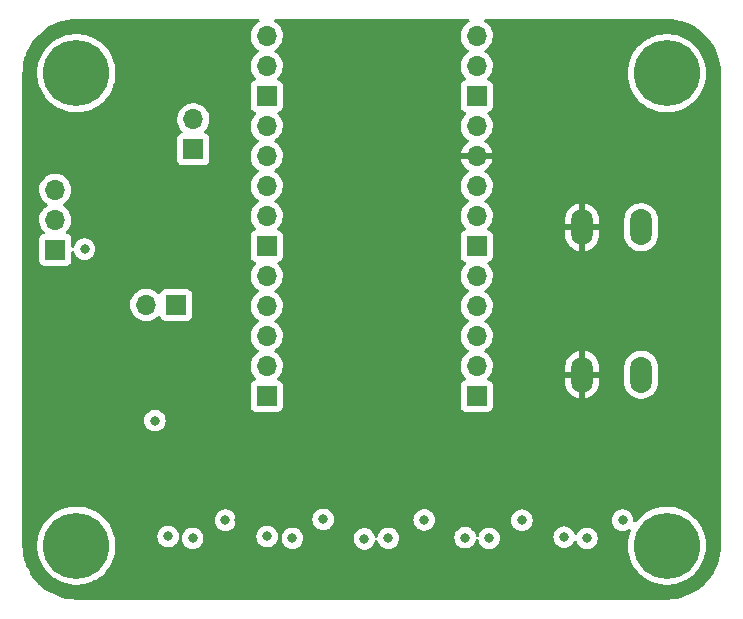
<source format=gbr>
%TF.GenerationSoftware,KiCad,Pcbnew,(6.0.9)*%
%TF.CreationDate,2022-11-23T22:08:25-07:00*%
%TF.ProjectId,AQM,41514d2e-6b69-4636-9164-5f7063625858,rev?*%
%TF.SameCoordinates,Original*%
%TF.FileFunction,Copper,L2,Inr*%
%TF.FilePolarity,Positive*%
%FSLAX46Y46*%
G04 Gerber Fmt 4.6, Leading zero omitted, Abs format (unit mm)*
G04 Created by KiCad (PCBNEW (6.0.9)) date 2022-11-23 22:08:25*
%MOMM*%
%LPD*%
G01*
G04 APERTURE LIST*
%TA.AperFunction,ComponentPad*%
%ADD10C,5.600000*%
%TD*%
%TA.AperFunction,ComponentPad*%
%ADD11O,1.700000X1.700000*%
%TD*%
%TA.AperFunction,ComponentPad*%
%ADD12R,1.700000X1.700000*%
%TD*%
%TA.AperFunction,ComponentPad*%
%ADD13O,1.850000X3.048000*%
%TD*%
%TA.AperFunction,ViaPad*%
%ADD14C,0.800000*%
%TD*%
G04 APERTURE END LIST*
D10*
%TO.N,GND*%
%TO.C,H3*%
X168675000Y-132225000D03*
%TD*%
%TO.N,GND*%
%TO.C,H4*%
X118675000Y-132225000D03*
%TD*%
D11*
%TO.N,unconnected-(U1-Pad26)*%
%TO.C,U1*%
X152565000Y-89079400D03*
%TO.N,VBUS*%
X152565000Y-91619400D03*
D12*
%TO.N,GND*%
X152565000Y-94159400D03*
D11*
%TO.N,unconnected-(U1-Pad23)*%
X152565000Y-96699400D03*
%TO.N,+3V3*%
X152565000Y-99239400D03*
%TO.N,unconnected-(U1-Pad21)*%
X152565000Y-101779400D03*
%TO.N,unconnected-(U1-Pad20)*%
X152565000Y-104319400D03*
D12*
%TO.N,unconnected-(U1-Pad19)*%
X152565000Y-106859400D03*
D11*
%TO.N,unconnected-(U1-Pad18)*%
X152565000Y-109399400D03*
%TO.N,unconnected-(U1-Pad17)*%
X152565000Y-111939400D03*
%TO.N,unconnected-(U1-Pad16)*%
X152565000Y-114479400D03*
%TO.N,unconnected-(U1-Pad15)*%
X152565000Y-117019400D03*
D12*
%TO.N,Net-(C5-Pad1)*%
X152565000Y-119559400D03*
%TO.N,Net-(U1-Pad13)*%
X134785000Y-119559400D03*
D11*
%TO.N,unconnected-(U1-Pad12)*%
X134785000Y-117019400D03*
%TO.N,unconnected-(U1-Pad11)*%
X134785000Y-114479400D03*
%TO.N,unconnected-(U1-Pad10)*%
X134785000Y-111939400D03*
%TO.N,unconnected-(U1-Pad9)*%
X134785000Y-109399400D03*
D12*
%TO.N,Net-(R6-Pad2)*%
X134785000Y-106859400D03*
D11*
%TO.N,Net-(U1-Pad7)*%
X134785000Y-104319400D03*
%TO.N,Net-(R1-Pad1)*%
X134785000Y-101779400D03*
%TO.N,GND*%
X134785000Y-99239400D03*
X134785000Y-96699400D03*
D12*
%TO.N,unconnected-(U1-Pad3)*%
X134785000Y-94159400D03*
D11*
%TO.N,unconnected-(U1-Pad2)*%
X134785000Y-91619400D03*
%TO.N,unconnected-(U1-Pad1)*%
X134785000Y-89079400D03*
%TD*%
%TO.N,GND*%
%TO.C,J7*%
X128577400Y-96125400D03*
D12*
%TO.N,Net-(R1-Pad2)*%
X128577400Y-98665400D03*
%TD*%
D10*
%TO.N,GND*%
%TO.C,H1*%
X118675000Y-92225000D03*
%TD*%
%TO.N,GND*%
%TO.C,H2*%
X168675000Y-92225000D03*
%TD*%
D11*
%TO.N,GND*%
%TO.C,J8*%
X124585000Y-111850000D03*
D12*
%TO.N,Net-(J8-Pad1)*%
X127125000Y-111850000D03*
%TD*%
D11*
%TO.N,Net-(R8-Pad2)*%
%TO.C,J6*%
X116885000Y-102095000D03*
%TO.N,VBUS*%
X116885000Y-104635000D03*
D12*
%TO.N,Net-(U1-Pad7)*%
X116885000Y-107175000D03*
%TD*%
D13*
%TO.N,+3V3*%
%TO.C,SW1*%
X161500000Y-105260000D03*
X161500000Y-117760000D03*
%TO.N,Net-(R3-Pad2)*%
X166500000Y-117760000D03*
X166500000Y-105260000D03*
%TD*%
D14*
%TO.N,+3V3*%
X149425000Y-130050000D03*
X157925000Y-130075000D03*
X132475000Y-130050000D03*
X129948600Y-121596200D03*
X124025000Y-130125000D03*
X141050000Y-130050000D03*
%TO.N,VBUS*%
X139575000Y-130000000D03*
X131300000Y-130075000D03*
X156400000Y-130075000D03*
X148125000Y-130050000D03*
X125325800Y-121647000D03*
X164925000Y-130075000D03*
%TO.N,Net-(C7-Pad1)*%
X159971400Y-131502200D03*
%TO.N,Net-(C12-Pad1)*%
X134825400Y-131451400D03*
%TO.N,Net-(C10-Pad1)*%
X143055000Y-131654600D03*
%TO.N,Net-(C11-Pad1)*%
X126443400Y-131451400D03*
%TO.N,Net-(U1-Pad7)*%
X119375000Y-107125000D03*
%TO.N,Net-(C13-Pad1)*%
X151589400Y-131553000D03*
%TO.N,/I2C/I2C.SCL*%
X161901800Y-131603800D03*
X153621400Y-131603800D03*
X128526200Y-131603800D03*
X136959000Y-131603800D03*
X145087000Y-131603800D03*
%TD*%
%TA.AperFunction,Conductor*%
%TO.N,+3V3*%
G36*
X134125494Y-87678502D02*
G01*
X134171987Y-87732158D01*
X134182091Y-87802432D01*
X134152597Y-87867012D01*
X134115558Y-87896260D01*
X134058607Y-87925907D01*
X134054474Y-87929010D01*
X134054471Y-87929012D01*
X134030247Y-87947200D01*
X133879965Y-88060035D01*
X133725629Y-88221538D01*
X133722715Y-88225810D01*
X133722714Y-88225811D01*
X133637556Y-88350649D01*
X133599743Y-88406080D01*
X133505688Y-88608705D01*
X133445989Y-88823970D01*
X133422251Y-89046095D01*
X133422548Y-89051248D01*
X133422548Y-89051251D01*
X133427852Y-89143237D01*
X133435110Y-89269115D01*
X133436247Y-89274161D01*
X133436248Y-89274167D01*
X133443282Y-89305378D01*
X133484222Y-89487039D01*
X133534317Y-89610408D01*
X133565900Y-89688188D01*
X133568266Y-89694016D01*
X133684987Y-89884488D01*
X133831250Y-90053338D01*
X134003126Y-90196032D01*
X134051963Y-90224570D01*
X134076445Y-90238876D01*
X134125169Y-90290514D01*
X134138240Y-90360297D01*
X134111509Y-90426069D01*
X134071055Y-90459427D01*
X134058607Y-90465907D01*
X134054474Y-90469010D01*
X134054471Y-90469012D01*
X133884100Y-90596930D01*
X133879965Y-90600035D01*
X133725629Y-90761538D01*
X133599743Y-90946080D01*
X133505688Y-91148705D01*
X133445989Y-91363970D01*
X133422251Y-91586095D01*
X133422548Y-91591248D01*
X133422548Y-91591251D01*
X133428011Y-91685990D01*
X133435110Y-91809115D01*
X133436247Y-91814161D01*
X133436248Y-91814167D01*
X133456119Y-91902339D01*
X133484222Y-92027039D01*
X133522461Y-92121211D01*
X133565344Y-92226819D01*
X133568266Y-92234016D01*
X133684987Y-92424488D01*
X133831250Y-92593338D01*
X133835230Y-92596642D01*
X133839981Y-92600587D01*
X133879616Y-92659490D01*
X133881113Y-92730471D01*
X133843997Y-92790993D01*
X133803724Y-92815512D01*
X133688295Y-92858785D01*
X133571739Y-92946139D01*
X133484385Y-93062695D01*
X133433255Y-93199084D01*
X133426500Y-93261266D01*
X133426500Y-95057534D01*
X133433255Y-95119716D01*
X133484385Y-95256105D01*
X133571739Y-95372661D01*
X133688295Y-95460015D01*
X133696704Y-95463167D01*
X133696705Y-95463168D01*
X133805451Y-95503935D01*
X133862216Y-95546576D01*
X133886916Y-95613138D01*
X133871709Y-95682487D01*
X133852316Y-95708968D01*
X133725629Y-95841538D01*
X133722715Y-95845810D01*
X133722714Y-95845811D01*
X133680345Y-95907922D01*
X133599743Y-96026080D01*
X133505688Y-96228705D01*
X133445989Y-96443970D01*
X133422251Y-96666095D01*
X133422548Y-96671248D01*
X133422548Y-96671251D01*
X133431556Y-96827477D01*
X133435110Y-96889115D01*
X133436247Y-96894161D01*
X133436248Y-96894167D01*
X133444434Y-96930488D01*
X133484222Y-97107039D01*
X133539037Y-97242032D01*
X133565377Y-97306900D01*
X133568266Y-97314016D01*
X133570965Y-97318420D01*
X133652908Y-97452139D01*
X133684987Y-97504488D01*
X133831250Y-97673338D01*
X134003126Y-97816032D01*
X134073595Y-97857211D01*
X134076445Y-97858876D01*
X134125169Y-97910514D01*
X134138240Y-97980297D01*
X134111509Y-98046069D01*
X134071055Y-98079427D01*
X134058607Y-98085907D01*
X134054474Y-98089010D01*
X134054471Y-98089012D01*
X134030247Y-98107200D01*
X133879965Y-98220035D01*
X133725629Y-98381538D01*
X133722715Y-98385810D01*
X133722714Y-98385811D01*
X133710404Y-98403857D01*
X133599743Y-98566080D01*
X133505688Y-98768705D01*
X133445989Y-98983970D01*
X133422251Y-99206095D01*
X133422548Y-99211248D01*
X133422548Y-99211251D01*
X133428011Y-99305990D01*
X133435110Y-99429115D01*
X133436247Y-99434161D01*
X133436248Y-99434167D01*
X133449597Y-99493400D01*
X133484222Y-99647039D01*
X133568266Y-99854016D01*
X133586666Y-99884042D01*
X133672371Y-100023900D01*
X133684987Y-100044488D01*
X133831250Y-100213338D01*
X134003126Y-100356032D01*
X134073595Y-100397211D01*
X134076445Y-100398876D01*
X134125169Y-100450514D01*
X134138240Y-100520297D01*
X134111509Y-100586069D01*
X134071055Y-100619427D01*
X134058607Y-100625907D01*
X134054474Y-100629010D01*
X134054471Y-100629012D01*
X133909538Y-100737831D01*
X133879965Y-100760035D01*
X133725629Y-100921538D01*
X133722715Y-100925810D01*
X133722714Y-100925811D01*
X133699666Y-100959598D01*
X133599743Y-101106080D01*
X133505688Y-101308705D01*
X133445989Y-101523970D01*
X133422251Y-101746095D01*
X133422548Y-101751248D01*
X133422548Y-101751251D01*
X133427937Y-101844707D01*
X133435110Y-101969115D01*
X133436247Y-101974161D01*
X133436248Y-101974167D01*
X133454817Y-102056562D01*
X133484222Y-102187039D01*
X133522461Y-102281211D01*
X133565833Y-102388023D01*
X133568266Y-102394016D01*
X133684987Y-102584488D01*
X133831250Y-102753338D01*
X134003126Y-102896032D01*
X134016745Y-102903990D01*
X134076445Y-102938876D01*
X134125169Y-102990514D01*
X134138240Y-103060297D01*
X134111509Y-103126069D01*
X134071055Y-103159427D01*
X134058607Y-103165907D01*
X134054474Y-103169010D01*
X134054471Y-103169012D01*
X133892643Y-103290516D01*
X133879965Y-103300035D01*
X133847664Y-103333836D01*
X133739183Y-103447355D01*
X133725629Y-103461538D01*
X133722715Y-103465810D01*
X133722714Y-103465811D01*
X133699666Y-103499598D01*
X133599743Y-103646080D01*
X133584003Y-103679990D01*
X133533862Y-103788010D01*
X133505688Y-103848705D01*
X133445989Y-104063970D01*
X133422251Y-104286095D01*
X133422548Y-104291248D01*
X133422548Y-104291251D01*
X133428623Y-104396605D01*
X133435110Y-104509115D01*
X133436247Y-104514161D01*
X133436248Y-104514167D01*
X133451212Y-104580563D01*
X133484222Y-104727039D01*
X133522461Y-104821211D01*
X133565833Y-104928023D01*
X133568266Y-104934016D01*
X133684987Y-105124488D01*
X133831250Y-105293338D01*
X133835230Y-105296642D01*
X133839981Y-105300587D01*
X133879616Y-105359490D01*
X133881113Y-105430471D01*
X133843997Y-105490993D01*
X133803725Y-105515512D01*
X133759437Y-105532115D01*
X133688295Y-105558785D01*
X133571739Y-105646139D01*
X133484385Y-105762695D01*
X133433255Y-105899084D01*
X133426500Y-105961266D01*
X133426500Y-107757534D01*
X133433255Y-107819716D01*
X133484385Y-107956105D01*
X133571739Y-108072661D01*
X133688295Y-108160015D01*
X133696704Y-108163167D01*
X133696705Y-108163168D01*
X133805451Y-108203935D01*
X133862216Y-108246576D01*
X133886916Y-108313138D01*
X133871709Y-108382487D01*
X133852316Y-108408968D01*
X133739766Y-108526745D01*
X133725629Y-108541538D01*
X133599743Y-108726080D01*
X133505688Y-108928705D01*
X133445989Y-109143970D01*
X133422251Y-109366095D01*
X133422548Y-109371248D01*
X133422548Y-109371251D01*
X133428011Y-109465990D01*
X133435110Y-109589115D01*
X133436247Y-109594161D01*
X133436248Y-109594167D01*
X133456119Y-109682339D01*
X133484222Y-109807039D01*
X133568266Y-110014016D01*
X133684987Y-110204488D01*
X133831250Y-110373338D01*
X134003126Y-110516032D01*
X134030570Y-110532069D01*
X134076445Y-110558876D01*
X134125169Y-110610514D01*
X134138240Y-110680297D01*
X134111509Y-110746069D01*
X134071055Y-110779427D01*
X134058607Y-110785907D01*
X134054474Y-110789010D01*
X134054471Y-110789012D01*
X133884100Y-110916930D01*
X133879965Y-110920035D01*
X133725629Y-111081538D01*
X133722715Y-111085810D01*
X133722714Y-111085811D01*
X133657525Y-111181375D01*
X133599743Y-111266080D01*
X133505688Y-111468705D01*
X133445989Y-111683970D01*
X133422251Y-111906095D01*
X133422548Y-111911248D01*
X133422548Y-111911251D01*
X133428011Y-112005990D01*
X133435110Y-112129115D01*
X133436247Y-112134161D01*
X133436248Y-112134167D01*
X133456119Y-112222339D01*
X133484222Y-112347039D01*
X133568266Y-112554016D01*
X133684987Y-112744488D01*
X133831250Y-112913338D01*
X134003126Y-113056032D01*
X134043010Y-113079338D01*
X134076445Y-113098876D01*
X134125169Y-113150514D01*
X134138240Y-113220297D01*
X134111509Y-113286069D01*
X134071055Y-113319427D01*
X134058607Y-113325907D01*
X134054474Y-113329010D01*
X134054471Y-113329012D01*
X134030247Y-113347200D01*
X133879965Y-113460035D01*
X133725629Y-113621538D01*
X133599743Y-113806080D01*
X133505688Y-114008705D01*
X133445989Y-114223970D01*
X133422251Y-114446095D01*
X133422548Y-114451248D01*
X133422548Y-114451251D01*
X133428011Y-114545990D01*
X133435110Y-114669115D01*
X133436247Y-114674161D01*
X133436248Y-114674167D01*
X133456119Y-114762339D01*
X133484222Y-114887039D01*
X133568266Y-115094016D01*
X133684987Y-115284488D01*
X133831250Y-115453338D01*
X134003126Y-115596032D01*
X134073595Y-115637211D01*
X134076445Y-115638876D01*
X134125169Y-115690514D01*
X134138240Y-115760297D01*
X134111509Y-115826069D01*
X134071055Y-115859427D01*
X134058607Y-115865907D01*
X134054474Y-115869010D01*
X134054471Y-115869012D01*
X133924584Y-115966534D01*
X133879965Y-116000035D01*
X133725629Y-116161538D01*
X133722715Y-116165810D01*
X133722714Y-116165811D01*
X133658431Y-116260046D01*
X133599743Y-116346080D01*
X133584003Y-116379990D01*
X133538891Y-116477176D01*
X133505688Y-116548705D01*
X133445989Y-116763970D01*
X133422251Y-116986095D01*
X133422548Y-116991248D01*
X133422548Y-116991251D01*
X133429041Y-117103855D01*
X133435110Y-117209115D01*
X133436247Y-117214161D01*
X133436248Y-117214167D01*
X133456119Y-117302339D01*
X133484222Y-117427039D01*
X133568266Y-117634016D01*
X133684987Y-117824488D01*
X133831250Y-117993338D01*
X133835230Y-117996642D01*
X133839981Y-118000587D01*
X133879616Y-118059490D01*
X133881113Y-118130471D01*
X133843997Y-118190993D01*
X133803724Y-118215512D01*
X133688295Y-118258785D01*
X133571739Y-118346139D01*
X133484385Y-118462695D01*
X133433255Y-118599084D01*
X133426500Y-118661266D01*
X133426500Y-120457534D01*
X133433255Y-120519716D01*
X133484385Y-120656105D01*
X133571739Y-120772661D01*
X133688295Y-120860015D01*
X133824684Y-120911145D01*
X133886866Y-120917900D01*
X135683134Y-120917900D01*
X135745316Y-120911145D01*
X135881705Y-120860015D01*
X135998261Y-120772661D01*
X136085615Y-120656105D01*
X136136745Y-120519716D01*
X136143500Y-120457534D01*
X136143500Y-118661266D01*
X136136745Y-118599084D01*
X136085615Y-118462695D01*
X135998261Y-118346139D01*
X135881705Y-118258785D01*
X135869132Y-118254072D01*
X135763203Y-118214360D01*
X135706439Y-118171718D01*
X135681739Y-118105156D01*
X135696947Y-118035808D01*
X135718493Y-118007127D01*
X135819435Y-117906537D01*
X135823096Y-117902889D01*
X135882594Y-117820089D01*
X135950435Y-117725677D01*
X135953453Y-117721477D01*
X136052430Y-117521211D01*
X136117370Y-117307469D01*
X136146529Y-117085990D01*
X136148156Y-117019400D01*
X136145418Y-116986095D01*
X151202251Y-116986095D01*
X151202548Y-116991248D01*
X151202548Y-116991251D01*
X151209041Y-117103855D01*
X151215110Y-117209115D01*
X151216247Y-117214161D01*
X151216248Y-117214167D01*
X151236119Y-117302339D01*
X151264222Y-117427039D01*
X151348266Y-117634016D01*
X151464987Y-117824488D01*
X151611250Y-117993338D01*
X151615230Y-117996642D01*
X151619981Y-118000587D01*
X151659616Y-118059490D01*
X151661113Y-118130471D01*
X151623997Y-118190993D01*
X151583724Y-118215512D01*
X151468295Y-118258785D01*
X151351739Y-118346139D01*
X151264385Y-118462695D01*
X151213255Y-118599084D01*
X151206500Y-118661266D01*
X151206500Y-120457534D01*
X151213255Y-120519716D01*
X151264385Y-120656105D01*
X151351739Y-120772661D01*
X151468295Y-120860015D01*
X151604684Y-120911145D01*
X151666866Y-120917900D01*
X153463134Y-120917900D01*
X153525316Y-120911145D01*
X153661705Y-120860015D01*
X153778261Y-120772661D01*
X153865615Y-120656105D01*
X153916745Y-120519716D01*
X153923500Y-120457534D01*
X153923500Y-118661266D01*
X153916745Y-118599084D01*
X153865615Y-118462695D01*
X153830728Y-118416145D01*
X160067000Y-118416145D01*
X160067212Y-118421318D01*
X160080973Y-118588687D01*
X160082658Y-118598867D01*
X160137544Y-118817377D01*
X160140864Y-118827128D01*
X160230704Y-119033749D01*
X160235570Y-119042824D01*
X160357948Y-119231990D01*
X160364240Y-119240161D01*
X160515869Y-119406800D01*
X160523402Y-119413825D01*
X160700218Y-119553466D01*
X160708791Y-119559162D01*
X160906045Y-119668052D01*
X160915440Y-119672273D01*
X161127820Y-119747481D01*
X161137783Y-119750113D01*
X161228163Y-119766212D01*
X161241460Y-119764752D01*
X161245508Y-119751774D01*
X161754000Y-119751774D01*
X161757918Y-119765118D01*
X161772194Y-119767105D01*
X161828121Y-119758547D01*
X161838146Y-119756159D01*
X162052295Y-119686164D01*
X162061804Y-119682167D01*
X162261640Y-119578139D01*
X162270365Y-119572645D01*
X162450532Y-119437372D01*
X162458239Y-119430529D01*
X162613896Y-119267644D01*
X162620379Y-119259638D01*
X162747343Y-119073515D01*
X162752432Y-119064556D01*
X162847294Y-118860193D01*
X162850851Y-118850525D01*
X162911060Y-118633420D01*
X162912991Y-118623301D01*
X162932644Y-118439405D01*
X162933000Y-118432713D01*
X162933000Y-118418757D01*
X165066500Y-118418757D01*
X165066711Y-118421318D01*
X165066712Y-118421341D01*
X165080478Y-118588779D01*
X165080479Y-118588785D01*
X165080902Y-118593930D01*
X165138327Y-118822551D01*
X165232322Y-119038723D01*
X165360360Y-119236641D01*
X165363839Y-119240464D01*
X165363841Y-119240467D01*
X165388858Y-119267960D01*
X165519005Y-119410989D01*
X165523056Y-119414188D01*
X165523060Y-119414192D01*
X165699939Y-119553883D01*
X165699943Y-119553885D01*
X165703994Y-119557085D01*
X165910361Y-119671005D01*
X165915230Y-119672729D01*
X165915234Y-119672731D01*
X166127689Y-119747965D01*
X166127693Y-119747966D01*
X166132564Y-119749691D01*
X166137657Y-119750598D01*
X166137660Y-119750599D01*
X166359544Y-119790123D01*
X166359550Y-119790124D01*
X166364633Y-119791029D01*
X166455477Y-119792139D01*
X166595170Y-119793846D01*
X166595172Y-119793846D01*
X166600339Y-119793909D01*
X166833349Y-119758253D01*
X167057407Y-119685020D01*
X167266496Y-119576175D01*
X167270629Y-119573072D01*
X167270632Y-119573070D01*
X167450865Y-119437747D01*
X167450868Y-119437745D01*
X167455000Y-119434642D01*
X167617857Y-119264223D01*
X167750693Y-119069492D01*
X167752869Y-119064805D01*
X167847764Y-118860372D01*
X167847766Y-118860367D01*
X167849941Y-118855681D01*
X167912935Y-118628532D01*
X167917193Y-118588687D01*
X167933144Y-118439437D01*
X167933144Y-118439429D01*
X167933500Y-118436102D01*
X167933500Y-117101243D01*
X167931971Y-117082640D01*
X167919522Y-116931221D01*
X167919521Y-116931215D01*
X167919098Y-116926070D01*
X167861673Y-116697449D01*
X167767678Y-116481277D01*
X167639640Y-116283359D01*
X167618715Y-116260362D01*
X167484473Y-116112833D01*
X167484471Y-116112832D01*
X167480995Y-116109011D01*
X167476944Y-116105812D01*
X167476940Y-116105808D01*
X167300061Y-115966117D01*
X167300057Y-115966115D01*
X167296006Y-115962915D01*
X167089639Y-115848995D01*
X167084770Y-115847271D01*
X167084766Y-115847269D01*
X166872311Y-115772035D01*
X166872307Y-115772034D01*
X166867436Y-115770309D01*
X166862343Y-115769402D01*
X166862340Y-115769401D01*
X166640456Y-115729877D01*
X166640450Y-115729876D01*
X166635367Y-115728971D01*
X166544523Y-115727861D01*
X166404830Y-115726154D01*
X166404828Y-115726154D01*
X166399661Y-115726091D01*
X166166651Y-115761747D01*
X165942593Y-115834980D01*
X165733504Y-115943825D01*
X165729371Y-115946928D01*
X165729368Y-115946930D01*
X165549135Y-116082253D01*
X165545000Y-116085358D01*
X165382143Y-116255777D01*
X165249307Y-116450508D01*
X165247133Y-116455192D01*
X165247131Y-116455195D01*
X165205905Y-116544010D01*
X165150059Y-116664319D01*
X165087065Y-116891468D01*
X165066500Y-117083898D01*
X165066500Y-118418757D01*
X162933000Y-118418757D01*
X162933000Y-118032115D01*
X162928525Y-118016876D01*
X162927135Y-118015671D01*
X162919452Y-118014000D01*
X161772115Y-118014000D01*
X161756876Y-118018475D01*
X161755671Y-118019865D01*
X161754000Y-118027548D01*
X161754000Y-119751774D01*
X161245508Y-119751774D01*
X161246000Y-119750197D01*
X161246000Y-118032115D01*
X161241525Y-118016876D01*
X161240135Y-118015671D01*
X161232452Y-118014000D01*
X160085115Y-118014000D01*
X160069876Y-118018475D01*
X160068671Y-118019865D01*
X160067000Y-118027548D01*
X160067000Y-118416145D01*
X153830728Y-118416145D01*
X153778261Y-118346139D01*
X153661705Y-118258785D01*
X153649132Y-118254072D01*
X153543203Y-118214360D01*
X153486439Y-118171718D01*
X153461739Y-118105156D01*
X153476947Y-118035808D01*
X153498493Y-118007127D01*
X153599435Y-117906537D01*
X153603096Y-117902889D01*
X153662594Y-117820089D01*
X153730435Y-117725677D01*
X153733453Y-117721477D01*
X153832430Y-117521211D01*
X153842555Y-117487885D01*
X160067000Y-117487885D01*
X160071475Y-117503124D01*
X160072865Y-117504329D01*
X160080548Y-117506000D01*
X161227885Y-117506000D01*
X161243124Y-117501525D01*
X161244329Y-117500135D01*
X161246000Y-117492452D01*
X161246000Y-117487885D01*
X161754000Y-117487885D01*
X161758475Y-117503124D01*
X161759865Y-117504329D01*
X161767548Y-117506000D01*
X162914885Y-117506000D01*
X162930124Y-117501525D01*
X162931329Y-117500135D01*
X162933000Y-117492452D01*
X162933000Y-117103855D01*
X162932788Y-117098682D01*
X162919027Y-116931313D01*
X162917342Y-116921133D01*
X162862456Y-116702623D01*
X162859136Y-116692872D01*
X162769296Y-116486251D01*
X162764430Y-116477176D01*
X162642052Y-116288010D01*
X162635760Y-116279839D01*
X162484131Y-116113200D01*
X162476598Y-116106175D01*
X162299782Y-115966534D01*
X162291209Y-115960838D01*
X162093955Y-115851948D01*
X162084560Y-115847727D01*
X161872180Y-115772519D01*
X161862217Y-115769887D01*
X161771837Y-115753788D01*
X161758540Y-115755248D01*
X161754000Y-115769803D01*
X161754000Y-117487885D01*
X161246000Y-117487885D01*
X161246000Y-115768226D01*
X161242082Y-115754882D01*
X161227806Y-115752895D01*
X161171879Y-115761453D01*
X161161854Y-115763841D01*
X160947705Y-115833836D01*
X160938196Y-115837833D01*
X160738360Y-115941861D01*
X160729635Y-115947355D01*
X160549468Y-116082628D01*
X160541761Y-116089471D01*
X160386104Y-116252356D01*
X160379621Y-116260362D01*
X160252657Y-116446485D01*
X160247568Y-116455444D01*
X160152706Y-116659807D01*
X160149149Y-116669475D01*
X160088940Y-116886580D01*
X160087009Y-116896699D01*
X160067356Y-117080595D01*
X160067000Y-117087287D01*
X160067000Y-117487885D01*
X153842555Y-117487885D01*
X153897370Y-117307469D01*
X153926529Y-117085990D01*
X153928156Y-117019400D01*
X153909852Y-116796761D01*
X153855431Y-116580102D01*
X153766354Y-116375240D01*
X153709723Y-116287702D01*
X153647822Y-116192017D01*
X153647820Y-116192014D01*
X153645014Y-116187677D01*
X153494670Y-116022451D01*
X153490619Y-116019252D01*
X153490615Y-116019248D01*
X153323414Y-115887200D01*
X153323410Y-115887198D01*
X153319359Y-115883998D01*
X153278053Y-115861196D01*
X153228084Y-115810764D01*
X153213312Y-115741321D01*
X153238428Y-115674916D01*
X153265780Y-115648309D01*
X153309603Y-115617050D01*
X153444860Y-115520573D01*
X153603096Y-115362889D01*
X153662594Y-115280089D01*
X153730435Y-115185677D01*
X153733453Y-115181477D01*
X153832430Y-114981211D01*
X153897370Y-114767469D01*
X153926529Y-114545990D01*
X153928156Y-114479400D01*
X153909852Y-114256761D01*
X153855431Y-114040102D01*
X153766354Y-113835240D01*
X153645014Y-113647677D01*
X153494670Y-113482451D01*
X153490619Y-113479252D01*
X153490615Y-113479248D01*
X153323414Y-113347200D01*
X153323410Y-113347198D01*
X153319359Y-113343998D01*
X153278053Y-113321196D01*
X153228084Y-113270764D01*
X153213312Y-113201321D01*
X153238428Y-113134916D01*
X153265780Y-113108309D01*
X153328935Y-113063261D01*
X153444860Y-112980573D01*
X153462167Y-112963327D01*
X153599435Y-112826537D01*
X153603096Y-112822889D01*
X153662594Y-112740089D01*
X153730435Y-112645677D01*
X153733453Y-112641477D01*
X153823229Y-112459829D01*
X153830136Y-112445853D01*
X153830137Y-112445851D01*
X153832430Y-112441211D01*
X153897370Y-112227469D01*
X153926529Y-112005990D01*
X153928156Y-111939400D01*
X153909852Y-111716761D01*
X153855431Y-111500102D01*
X153766354Y-111295240D01*
X153726906Y-111234262D01*
X153647822Y-111112017D01*
X153647820Y-111112014D01*
X153645014Y-111107677D01*
X153494670Y-110942451D01*
X153490619Y-110939252D01*
X153490615Y-110939248D01*
X153323414Y-110807200D01*
X153323410Y-110807198D01*
X153319359Y-110803998D01*
X153278053Y-110781196D01*
X153228084Y-110730764D01*
X153213312Y-110661321D01*
X153238428Y-110594916D01*
X153265780Y-110568309D01*
X153329058Y-110523173D01*
X153444860Y-110440573D01*
X153603096Y-110282889D01*
X153662594Y-110200089D01*
X153730435Y-110105677D01*
X153733453Y-110101477D01*
X153832430Y-109901211D01*
X153897370Y-109687469D01*
X153926529Y-109465990D01*
X153928156Y-109399400D01*
X153909852Y-109176761D01*
X153855431Y-108960102D01*
X153766354Y-108755240D01*
X153645014Y-108567677D01*
X153641532Y-108563850D01*
X153497798Y-108405888D01*
X153466746Y-108342042D01*
X153475141Y-108271543D01*
X153520317Y-108216775D01*
X153546761Y-108203106D01*
X153653297Y-108163167D01*
X153661705Y-108160015D01*
X153778261Y-108072661D01*
X153865615Y-107956105D01*
X153916745Y-107819716D01*
X153923500Y-107757534D01*
X153923500Y-105961266D01*
X153918598Y-105916145D01*
X160067000Y-105916145D01*
X160067212Y-105921318D01*
X160080973Y-106088687D01*
X160082658Y-106098867D01*
X160137544Y-106317377D01*
X160140864Y-106327128D01*
X160230704Y-106533749D01*
X160235570Y-106542824D01*
X160357948Y-106731990D01*
X160364240Y-106740161D01*
X160515869Y-106906800D01*
X160523402Y-106913825D01*
X160700218Y-107053466D01*
X160708791Y-107059162D01*
X160906045Y-107168052D01*
X160915440Y-107172273D01*
X161127820Y-107247481D01*
X161137783Y-107250113D01*
X161228163Y-107266212D01*
X161241460Y-107264752D01*
X161245508Y-107251774D01*
X161754000Y-107251774D01*
X161757918Y-107265118D01*
X161772194Y-107267105D01*
X161828121Y-107258547D01*
X161838146Y-107256159D01*
X162052295Y-107186164D01*
X162061804Y-107182167D01*
X162261640Y-107078139D01*
X162270365Y-107072645D01*
X162450532Y-106937372D01*
X162458239Y-106930529D01*
X162613896Y-106767644D01*
X162620379Y-106759638D01*
X162747343Y-106573515D01*
X162752432Y-106564556D01*
X162847294Y-106360193D01*
X162850851Y-106350525D01*
X162911060Y-106133420D01*
X162912991Y-106123301D01*
X162932644Y-105939405D01*
X162933000Y-105932713D01*
X162933000Y-105918757D01*
X165066500Y-105918757D01*
X165066711Y-105921318D01*
X165066712Y-105921341D01*
X165080478Y-106088779D01*
X165080479Y-106088785D01*
X165080902Y-106093930D01*
X165138327Y-106322551D01*
X165232322Y-106538723D01*
X165360360Y-106736641D01*
X165363839Y-106740464D01*
X165363841Y-106740467D01*
X165515193Y-106906800D01*
X165519005Y-106910989D01*
X165523056Y-106914188D01*
X165523060Y-106914192D01*
X165699939Y-107053883D01*
X165699943Y-107053885D01*
X165703994Y-107057085D01*
X165910361Y-107171005D01*
X165915230Y-107172729D01*
X165915234Y-107172731D01*
X166127689Y-107247965D01*
X166127693Y-107247966D01*
X166132564Y-107249691D01*
X166137657Y-107250598D01*
X166137660Y-107250599D01*
X166359544Y-107290123D01*
X166359550Y-107290124D01*
X166364633Y-107291029D01*
X166455477Y-107292139D01*
X166595170Y-107293846D01*
X166595172Y-107293846D01*
X166600339Y-107293909D01*
X166833349Y-107258253D01*
X167057407Y-107185020D01*
X167266496Y-107076175D01*
X167270629Y-107073072D01*
X167270632Y-107073070D01*
X167450865Y-106937747D01*
X167450868Y-106937745D01*
X167455000Y-106934642D01*
X167617857Y-106764223D01*
X167750693Y-106569492D01*
X167752869Y-106564805D01*
X167847764Y-106360372D01*
X167847766Y-106360367D01*
X167849941Y-106355681D01*
X167912935Y-106128532D01*
X167930446Y-105964683D01*
X167933144Y-105939437D01*
X167933144Y-105939429D01*
X167933500Y-105936102D01*
X167933500Y-104601243D01*
X167933288Y-104598659D01*
X167919522Y-104431221D01*
X167919521Y-104431215D01*
X167919098Y-104426070D01*
X167861673Y-104197449D01*
X167767678Y-103981277D01*
X167639640Y-103783359D01*
X167633980Y-103777138D01*
X167484473Y-103612833D01*
X167484471Y-103612832D01*
X167480995Y-103609011D01*
X167476944Y-103605812D01*
X167476940Y-103605808D01*
X167300061Y-103466117D01*
X167300057Y-103466115D01*
X167296006Y-103462915D01*
X167089639Y-103348995D01*
X167084770Y-103347271D01*
X167084766Y-103347269D01*
X166872311Y-103272035D01*
X166872307Y-103272034D01*
X166867436Y-103270309D01*
X166862343Y-103269402D01*
X166862340Y-103269401D01*
X166640456Y-103229877D01*
X166640450Y-103229876D01*
X166635367Y-103228971D01*
X166544523Y-103227861D01*
X166404830Y-103226154D01*
X166404828Y-103226154D01*
X166399661Y-103226091D01*
X166166651Y-103261747D01*
X165942593Y-103334980D01*
X165733504Y-103443825D01*
X165729371Y-103446928D01*
X165729368Y-103446930D01*
X165549135Y-103582253D01*
X165545000Y-103585358D01*
X165382143Y-103755777D01*
X165249307Y-103950508D01*
X165247133Y-103955192D01*
X165247131Y-103955195D01*
X165152245Y-104159610D01*
X165150059Y-104164319D01*
X165087065Y-104391468D01*
X165066500Y-104583898D01*
X165066500Y-105918757D01*
X162933000Y-105918757D01*
X162933000Y-105532115D01*
X162928525Y-105516876D01*
X162927135Y-105515671D01*
X162919452Y-105514000D01*
X161772115Y-105514000D01*
X161756876Y-105518475D01*
X161755671Y-105519865D01*
X161754000Y-105527548D01*
X161754000Y-107251774D01*
X161245508Y-107251774D01*
X161246000Y-107250197D01*
X161246000Y-105532115D01*
X161241525Y-105516876D01*
X161240135Y-105515671D01*
X161232452Y-105514000D01*
X160085115Y-105514000D01*
X160069876Y-105518475D01*
X160068671Y-105519865D01*
X160067000Y-105527548D01*
X160067000Y-105916145D01*
X153918598Y-105916145D01*
X153916745Y-105899084D01*
X153865615Y-105762695D01*
X153778261Y-105646139D01*
X153661705Y-105558785D01*
X153649132Y-105554072D01*
X153543203Y-105514360D01*
X153486439Y-105471718D01*
X153461739Y-105405156D01*
X153476947Y-105335808D01*
X153498493Y-105307127D01*
X153599435Y-105206537D01*
X153603096Y-105202889D01*
X153662594Y-105120089D01*
X153730435Y-105025677D01*
X153733453Y-105021477D01*
X153750055Y-104987885D01*
X160067000Y-104987885D01*
X160071475Y-105003124D01*
X160072865Y-105004329D01*
X160080548Y-105006000D01*
X161227885Y-105006000D01*
X161243124Y-105001525D01*
X161244329Y-105000135D01*
X161246000Y-104992452D01*
X161246000Y-104987885D01*
X161754000Y-104987885D01*
X161758475Y-105003124D01*
X161759865Y-105004329D01*
X161767548Y-105006000D01*
X162914885Y-105006000D01*
X162930124Y-105001525D01*
X162931329Y-105000135D01*
X162933000Y-104992452D01*
X162933000Y-104603855D01*
X162932788Y-104598682D01*
X162919027Y-104431313D01*
X162917342Y-104421133D01*
X162862456Y-104202623D01*
X162859136Y-104192872D01*
X162769296Y-103986251D01*
X162764430Y-103977176D01*
X162642052Y-103788010D01*
X162635760Y-103779839D01*
X162484131Y-103613200D01*
X162476598Y-103606175D01*
X162299782Y-103466534D01*
X162291209Y-103460838D01*
X162093955Y-103351948D01*
X162084560Y-103347727D01*
X161872180Y-103272519D01*
X161862217Y-103269887D01*
X161771837Y-103253788D01*
X161758540Y-103255248D01*
X161754000Y-103269803D01*
X161754000Y-104987885D01*
X161246000Y-104987885D01*
X161246000Y-103268226D01*
X161242082Y-103254882D01*
X161227806Y-103252895D01*
X161171879Y-103261453D01*
X161161854Y-103263841D01*
X160947705Y-103333836D01*
X160938196Y-103337833D01*
X160738360Y-103441861D01*
X160729635Y-103447355D01*
X160549468Y-103582628D01*
X160541761Y-103589471D01*
X160386104Y-103752356D01*
X160379621Y-103760362D01*
X160252657Y-103946485D01*
X160247568Y-103955444D01*
X160152706Y-104159807D01*
X160149149Y-104169475D01*
X160088940Y-104386580D01*
X160087009Y-104396699D01*
X160067356Y-104580595D01*
X160067000Y-104587287D01*
X160067000Y-104987885D01*
X153750055Y-104987885D01*
X153784625Y-104917939D01*
X153830136Y-104825853D01*
X153830137Y-104825851D01*
X153832430Y-104821211D01*
X153887983Y-104638365D01*
X153895865Y-104612423D01*
X153895865Y-104612421D01*
X153897370Y-104607469D01*
X153926529Y-104385990D01*
X153928156Y-104319400D01*
X153909852Y-104096761D01*
X153855431Y-103880102D01*
X153766354Y-103675240D01*
X153645014Y-103487677D01*
X153494670Y-103322451D01*
X153490619Y-103319252D01*
X153490615Y-103319248D01*
X153323414Y-103187200D01*
X153323410Y-103187198D01*
X153319359Y-103183998D01*
X153278053Y-103161196D01*
X153228084Y-103110764D01*
X153213312Y-103041321D01*
X153238428Y-102974916D01*
X153265780Y-102948309D01*
X153333383Y-102900088D01*
X153444860Y-102820573D01*
X153473094Y-102792438D01*
X153599435Y-102666537D01*
X153603096Y-102662889D01*
X153662594Y-102580089D01*
X153730435Y-102485677D01*
X153733453Y-102481477D01*
X153784625Y-102377939D01*
X153830136Y-102285853D01*
X153830137Y-102285851D01*
X153832430Y-102281211D01*
X153887983Y-102098365D01*
X153895865Y-102072423D01*
X153895865Y-102072421D01*
X153897370Y-102067469D01*
X153926529Y-101845990D01*
X153928156Y-101779400D01*
X153909852Y-101556761D01*
X153855431Y-101340102D01*
X153766354Y-101135240D01*
X153645014Y-100947677D01*
X153494670Y-100782451D01*
X153490619Y-100779252D01*
X153490615Y-100779248D01*
X153323414Y-100647200D01*
X153323410Y-100647198D01*
X153319359Y-100643998D01*
X153277569Y-100620929D01*
X153227598Y-100570497D01*
X153212826Y-100501054D01*
X153237942Y-100434648D01*
X153265294Y-100408041D01*
X153440328Y-100283192D01*
X153448200Y-100276539D01*
X153599052Y-100126212D01*
X153605730Y-100118365D01*
X153730003Y-99945420D01*
X153735313Y-99936583D01*
X153829670Y-99745667D01*
X153833469Y-99736072D01*
X153895377Y-99532310D01*
X153897555Y-99522237D01*
X153898986Y-99511362D01*
X153896775Y-99497178D01*
X153883617Y-99493400D01*
X151248225Y-99493400D01*
X151234694Y-99497373D01*
X151233257Y-99507366D01*
X151263565Y-99641846D01*
X151266645Y-99651675D01*
X151346770Y-99849003D01*
X151351413Y-99858194D01*
X151462694Y-100039788D01*
X151468777Y-100048099D01*
X151608213Y-100209067D01*
X151615580Y-100216283D01*
X151779434Y-100352316D01*
X151787881Y-100358231D01*
X151856969Y-100398603D01*
X151905693Y-100450242D01*
X151918764Y-100520025D01*
X151892033Y-100585796D01*
X151851584Y-100619152D01*
X151838607Y-100625907D01*
X151834474Y-100629010D01*
X151834471Y-100629012D01*
X151689538Y-100737831D01*
X151659965Y-100760035D01*
X151505629Y-100921538D01*
X151502715Y-100925810D01*
X151502714Y-100925811D01*
X151479666Y-100959598D01*
X151379743Y-101106080D01*
X151285688Y-101308705D01*
X151225989Y-101523970D01*
X151202251Y-101746095D01*
X151202548Y-101751248D01*
X151202548Y-101751251D01*
X151207937Y-101844707D01*
X151215110Y-101969115D01*
X151216247Y-101974161D01*
X151216248Y-101974167D01*
X151234817Y-102056562D01*
X151264222Y-102187039D01*
X151302461Y-102281211D01*
X151345833Y-102388023D01*
X151348266Y-102394016D01*
X151464987Y-102584488D01*
X151611250Y-102753338D01*
X151783126Y-102896032D01*
X151796745Y-102903990D01*
X151856445Y-102938876D01*
X151905169Y-102990514D01*
X151918240Y-103060297D01*
X151891509Y-103126069D01*
X151851055Y-103159427D01*
X151838607Y-103165907D01*
X151834474Y-103169010D01*
X151834471Y-103169012D01*
X151672643Y-103290516D01*
X151659965Y-103300035D01*
X151627664Y-103333836D01*
X151519183Y-103447355D01*
X151505629Y-103461538D01*
X151502715Y-103465810D01*
X151502714Y-103465811D01*
X151479666Y-103499598D01*
X151379743Y-103646080D01*
X151364003Y-103679990D01*
X151313862Y-103788010D01*
X151285688Y-103848705D01*
X151225989Y-104063970D01*
X151202251Y-104286095D01*
X151202548Y-104291248D01*
X151202548Y-104291251D01*
X151208623Y-104396605D01*
X151215110Y-104509115D01*
X151216247Y-104514161D01*
X151216248Y-104514167D01*
X151231212Y-104580563D01*
X151264222Y-104727039D01*
X151302461Y-104821211D01*
X151345833Y-104928023D01*
X151348266Y-104934016D01*
X151464987Y-105124488D01*
X151611250Y-105293338D01*
X151615230Y-105296642D01*
X151619981Y-105300587D01*
X151659616Y-105359490D01*
X151661113Y-105430471D01*
X151623997Y-105490993D01*
X151583725Y-105515512D01*
X151539437Y-105532115D01*
X151468295Y-105558785D01*
X151351739Y-105646139D01*
X151264385Y-105762695D01*
X151213255Y-105899084D01*
X151206500Y-105961266D01*
X151206500Y-107757534D01*
X151213255Y-107819716D01*
X151264385Y-107956105D01*
X151351739Y-108072661D01*
X151468295Y-108160015D01*
X151476704Y-108163167D01*
X151476705Y-108163168D01*
X151585451Y-108203935D01*
X151642216Y-108246576D01*
X151666916Y-108313138D01*
X151651709Y-108382487D01*
X151632316Y-108408968D01*
X151519766Y-108526745D01*
X151505629Y-108541538D01*
X151379743Y-108726080D01*
X151285688Y-108928705D01*
X151225989Y-109143970D01*
X151202251Y-109366095D01*
X151202548Y-109371248D01*
X151202548Y-109371251D01*
X151208011Y-109465990D01*
X151215110Y-109589115D01*
X151216247Y-109594161D01*
X151216248Y-109594167D01*
X151236119Y-109682339D01*
X151264222Y-109807039D01*
X151348266Y-110014016D01*
X151464987Y-110204488D01*
X151611250Y-110373338D01*
X151783126Y-110516032D01*
X151810570Y-110532069D01*
X151856445Y-110558876D01*
X151905169Y-110610514D01*
X151918240Y-110680297D01*
X151891509Y-110746069D01*
X151851055Y-110779427D01*
X151838607Y-110785907D01*
X151834474Y-110789010D01*
X151834471Y-110789012D01*
X151664100Y-110916930D01*
X151659965Y-110920035D01*
X151505629Y-111081538D01*
X151502715Y-111085810D01*
X151502714Y-111085811D01*
X151437525Y-111181375D01*
X151379743Y-111266080D01*
X151285688Y-111468705D01*
X151225989Y-111683970D01*
X151202251Y-111906095D01*
X151202548Y-111911248D01*
X151202548Y-111911251D01*
X151208011Y-112005990D01*
X151215110Y-112129115D01*
X151216247Y-112134161D01*
X151216248Y-112134167D01*
X151236119Y-112222339D01*
X151264222Y-112347039D01*
X151348266Y-112554016D01*
X151464987Y-112744488D01*
X151611250Y-112913338D01*
X151783126Y-113056032D01*
X151823010Y-113079338D01*
X151856445Y-113098876D01*
X151905169Y-113150514D01*
X151918240Y-113220297D01*
X151891509Y-113286069D01*
X151851055Y-113319427D01*
X151838607Y-113325907D01*
X151834474Y-113329010D01*
X151834471Y-113329012D01*
X151810247Y-113347200D01*
X151659965Y-113460035D01*
X151505629Y-113621538D01*
X151379743Y-113806080D01*
X151285688Y-114008705D01*
X151225989Y-114223970D01*
X151202251Y-114446095D01*
X151202548Y-114451248D01*
X151202548Y-114451251D01*
X151208011Y-114545990D01*
X151215110Y-114669115D01*
X151216247Y-114674161D01*
X151216248Y-114674167D01*
X151236119Y-114762339D01*
X151264222Y-114887039D01*
X151348266Y-115094016D01*
X151464987Y-115284488D01*
X151611250Y-115453338D01*
X151783126Y-115596032D01*
X151853595Y-115637211D01*
X151856445Y-115638876D01*
X151905169Y-115690514D01*
X151918240Y-115760297D01*
X151891509Y-115826069D01*
X151851055Y-115859427D01*
X151838607Y-115865907D01*
X151834474Y-115869010D01*
X151834471Y-115869012D01*
X151704584Y-115966534D01*
X151659965Y-116000035D01*
X151505629Y-116161538D01*
X151502715Y-116165810D01*
X151502714Y-116165811D01*
X151438431Y-116260046D01*
X151379743Y-116346080D01*
X151364003Y-116379990D01*
X151318891Y-116477176D01*
X151285688Y-116548705D01*
X151225989Y-116763970D01*
X151202251Y-116986095D01*
X136145418Y-116986095D01*
X136129852Y-116796761D01*
X136075431Y-116580102D01*
X135986354Y-116375240D01*
X135929723Y-116287702D01*
X135867822Y-116192017D01*
X135867820Y-116192014D01*
X135865014Y-116187677D01*
X135714670Y-116022451D01*
X135710619Y-116019252D01*
X135710615Y-116019248D01*
X135543414Y-115887200D01*
X135543410Y-115887198D01*
X135539359Y-115883998D01*
X135498053Y-115861196D01*
X135448084Y-115810764D01*
X135433312Y-115741321D01*
X135458428Y-115674916D01*
X135485780Y-115648309D01*
X135529603Y-115617050D01*
X135664860Y-115520573D01*
X135823096Y-115362889D01*
X135882594Y-115280089D01*
X135950435Y-115185677D01*
X135953453Y-115181477D01*
X136052430Y-114981211D01*
X136117370Y-114767469D01*
X136146529Y-114545990D01*
X136148156Y-114479400D01*
X136129852Y-114256761D01*
X136075431Y-114040102D01*
X135986354Y-113835240D01*
X135865014Y-113647677D01*
X135714670Y-113482451D01*
X135710619Y-113479252D01*
X135710615Y-113479248D01*
X135543414Y-113347200D01*
X135543410Y-113347198D01*
X135539359Y-113343998D01*
X135498053Y-113321196D01*
X135448084Y-113270764D01*
X135433312Y-113201321D01*
X135458428Y-113134916D01*
X135485780Y-113108309D01*
X135548935Y-113063261D01*
X135664860Y-112980573D01*
X135682167Y-112963327D01*
X135819435Y-112826537D01*
X135823096Y-112822889D01*
X135882594Y-112740089D01*
X135950435Y-112645677D01*
X135953453Y-112641477D01*
X136043229Y-112459829D01*
X136050136Y-112445853D01*
X136050137Y-112445851D01*
X136052430Y-112441211D01*
X136117370Y-112227469D01*
X136146529Y-112005990D01*
X136148156Y-111939400D01*
X136129852Y-111716761D01*
X136075431Y-111500102D01*
X135986354Y-111295240D01*
X135946906Y-111234262D01*
X135867822Y-111112017D01*
X135867820Y-111112014D01*
X135865014Y-111107677D01*
X135714670Y-110942451D01*
X135710619Y-110939252D01*
X135710615Y-110939248D01*
X135543414Y-110807200D01*
X135543410Y-110807198D01*
X135539359Y-110803998D01*
X135498053Y-110781196D01*
X135448084Y-110730764D01*
X135433312Y-110661321D01*
X135458428Y-110594916D01*
X135485780Y-110568309D01*
X135549058Y-110523173D01*
X135664860Y-110440573D01*
X135823096Y-110282889D01*
X135882594Y-110200089D01*
X135950435Y-110105677D01*
X135953453Y-110101477D01*
X136052430Y-109901211D01*
X136117370Y-109687469D01*
X136146529Y-109465990D01*
X136148156Y-109399400D01*
X136129852Y-109176761D01*
X136075431Y-108960102D01*
X135986354Y-108755240D01*
X135865014Y-108567677D01*
X135861532Y-108563850D01*
X135717798Y-108405888D01*
X135686746Y-108342042D01*
X135695141Y-108271543D01*
X135740317Y-108216775D01*
X135766761Y-108203106D01*
X135873297Y-108163167D01*
X135881705Y-108160015D01*
X135998261Y-108072661D01*
X136085615Y-107956105D01*
X136136745Y-107819716D01*
X136143500Y-107757534D01*
X136143500Y-105961266D01*
X136136745Y-105899084D01*
X136085615Y-105762695D01*
X135998261Y-105646139D01*
X135881705Y-105558785D01*
X135869132Y-105554072D01*
X135763203Y-105514360D01*
X135706439Y-105471718D01*
X135681739Y-105405156D01*
X135696947Y-105335808D01*
X135718493Y-105307127D01*
X135819435Y-105206537D01*
X135823096Y-105202889D01*
X135882594Y-105120089D01*
X135950435Y-105025677D01*
X135953453Y-105021477D01*
X136004625Y-104917939D01*
X136050136Y-104825853D01*
X136050137Y-104825851D01*
X136052430Y-104821211D01*
X136107983Y-104638365D01*
X136115865Y-104612423D01*
X136115865Y-104612421D01*
X136117370Y-104607469D01*
X136146529Y-104385990D01*
X136148156Y-104319400D01*
X136129852Y-104096761D01*
X136075431Y-103880102D01*
X135986354Y-103675240D01*
X135865014Y-103487677D01*
X135714670Y-103322451D01*
X135710619Y-103319252D01*
X135710615Y-103319248D01*
X135543414Y-103187200D01*
X135543410Y-103187198D01*
X135539359Y-103183998D01*
X135498053Y-103161196D01*
X135448084Y-103110764D01*
X135433312Y-103041321D01*
X135458428Y-102974916D01*
X135485780Y-102948309D01*
X135553383Y-102900088D01*
X135664860Y-102820573D01*
X135693094Y-102792438D01*
X135819435Y-102666537D01*
X135823096Y-102662889D01*
X135882594Y-102580089D01*
X135950435Y-102485677D01*
X135953453Y-102481477D01*
X136004625Y-102377939D01*
X136050136Y-102285853D01*
X136050137Y-102285851D01*
X136052430Y-102281211D01*
X136107983Y-102098365D01*
X136115865Y-102072423D01*
X136115865Y-102072421D01*
X136117370Y-102067469D01*
X136146529Y-101845990D01*
X136148156Y-101779400D01*
X136129852Y-101556761D01*
X136075431Y-101340102D01*
X135986354Y-101135240D01*
X135865014Y-100947677D01*
X135714670Y-100782451D01*
X135710619Y-100779252D01*
X135710615Y-100779248D01*
X135543414Y-100647200D01*
X135543410Y-100647198D01*
X135539359Y-100643998D01*
X135498053Y-100621196D01*
X135448084Y-100570764D01*
X135433312Y-100501321D01*
X135458428Y-100434916D01*
X135485780Y-100408309D01*
X135529603Y-100377050D01*
X135664860Y-100280573D01*
X135823096Y-100122889D01*
X135882594Y-100040089D01*
X135950435Y-99945677D01*
X135953453Y-99941477D01*
X135984499Y-99878661D01*
X136050136Y-99745853D01*
X136050137Y-99745851D01*
X136052430Y-99741211D01*
X136089907Y-99617860D01*
X136115865Y-99532423D01*
X136115865Y-99532421D01*
X136117370Y-99527469D01*
X136146529Y-99305990D01*
X136148156Y-99239400D01*
X136129852Y-99016761D01*
X136075431Y-98800102D01*
X135986354Y-98595240D01*
X135865014Y-98407677D01*
X135714670Y-98242451D01*
X135710619Y-98239252D01*
X135710615Y-98239248D01*
X135543414Y-98107200D01*
X135543410Y-98107198D01*
X135539359Y-98103998D01*
X135498053Y-98081196D01*
X135448084Y-98030764D01*
X135433312Y-97961321D01*
X135458428Y-97894916D01*
X135485780Y-97868309D01*
X135529603Y-97837050D01*
X135664860Y-97740573D01*
X135823096Y-97582889D01*
X135833296Y-97568695D01*
X135950435Y-97405677D01*
X135953453Y-97401477D01*
X135968926Y-97370171D01*
X136050136Y-97205853D01*
X136050137Y-97205851D01*
X136052430Y-97201211D01*
X136117370Y-96987469D01*
X136146529Y-96765990D01*
X136148156Y-96699400D01*
X136129852Y-96476761D01*
X136075431Y-96260102D01*
X135986354Y-96055240D01*
X135865014Y-95867677D01*
X135861532Y-95863850D01*
X135717798Y-95705888D01*
X135686746Y-95642042D01*
X135695141Y-95571543D01*
X135740317Y-95516775D01*
X135766761Y-95503106D01*
X135873297Y-95463167D01*
X135881705Y-95460015D01*
X135998261Y-95372661D01*
X136085615Y-95256105D01*
X136136745Y-95119716D01*
X136143500Y-95057534D01*
X136143500Y-93261266D01*
X136136745Y-93199084D01*
X136085615Y-93062695D01*
X135998261Y-92946139D01*
X135881705Y-92858785D01*
X135869132Y-92854072D01*
X135763203Y-92814360D01*
X135706439Y-92771718D01*
X135681739Y-92705156D01*
X135696947Y-92635808D01*
X135718493Y-92607127D01*
X135719797Y-92605828D01*
X135823096Y-92502889D01*
X135882594Y-92420089D01*
X135950435Y-92325677D01*
X135953453Y-92321477D01*
X135980565Y-92266621D01*
X136050136Y-92125853D01*
X136050137Y-92125851D01*
X136052430Y-92121211D01*
X136117370Y-91907469D01*
X136146529Y-91685990D01*
X136148156Y-91619400D01*
X136129852Y-91396761D01*
X136075431Y-91180102D01*
X135986354Y-90975240D01*
X135891020Y-90827876D01*
X135867822Y-90792017D01*
X135867820Y-90792014D01*
X135865014Y-90787677D01*
X135714670Y-90622451D01*
X135710619Y-90619252D01*
X135710615Y-90619248D01*
X135543414Y-90487200D01*
X135543410Y-90487198D01*
X135539359Y-90483998D01*
X135498053Y-90461196D01*
X135448084Y-90410764D01*
X135433312Y-90341321D01*
X135458428Y-90274916D01*
X135485780Y-90248309D01*
X135539546Y-90209958D01*
X135664860Y-90120573D01*
X135823096Y-89962889D01*
X135833485Y-89948432D01*
X135950435Y-89785677D01*
X135953453Y-89781477D01*
X135991700Y-89704091D01*
X136050136Y-89585853D01*
X136050137Y-89585851D01*
X136052430Y-89581211D01*
X136117370Y-89367469D01*
X136146529Y-89145990D01*
X136148156Y-89079400D01*
X136129852Y-88856761D01*
X136075431Y-88640102D01*
X135986354Y-88435240D01*
X135881929Y-88273823D01*
X135867822Y-88252017D01*
X135867820Y-88252014D01*
X135865014Y-88247677D01*
X135714670Y-88082451D01*
X135710619Y-88079252D01*
X135710615Y-88079248D01*
X135543414Y-87947200D01*
X135543410Y-87947198D01*
X135539359Y-87943998D01*
X135450253Y-87894809D01*
X135400282Y-87844376D01*
X135385510Y-87774933D01*
X135410626Y-87708528D01*
X135467657Y-87666243D01*
X135511146Y-87658500D01*
X151837373Y-87658500D01*
X151905494Y-87678502D01*
X151951987Y-87732158D01*
X151962091Y-87802432D01*
X151932597Y-87867012D01*
X151895558Y-87896260D01*
X151838607Y-87925907D01*
X151834474Y-87929010D01*
X151834471Y-87929012D01*
X151810247Y-87947200D01*
X151659965Y-88060035D01*
X151505629Y-88221538D01*
X151502715Y-88225810D01*
X151502714Y-88225811D01*
X151417556Y-88350649D01*
X151379743Y-88406080D01*
X151285688Y-88608705D01*
X151225989Y-88823970D01*
X151202251Y-89046095D01*
X151202548Y-89051248D01*
X151202548Y-89051251D01*
X151207852Y-89143237D01*
X151215110Y-89269115D01*
X151216247Y-89274161D01*
X151216248Y-89274167D01*
X151223282Y-89305378D01*
X151264222Y-89487039D01*
X151314317Y-89610408D01*
X151345900Y-89688188D01*
X151348266Y-89694016D01*
X151464987Y-89884488D01*
X151611250Y-90053338D01*
X151783126Y-90196032D01*
X151831963Y-90224570D01*
X151856445Y-90238876D01*
X151905169Y-90290514D01*
X151918240Y-90360297D01*
X151891509Y-90426069D01*
X151851055Y-90459427D01*
X151838607Y-90465907D01*
X151834474Y-90469010D01*
X151834471Y-90469012D01*
X151664100Y-90596930D01*
X151659965Y-90600035D01*
X151505629Y-90761538D01*
X151379743Y-90946080D01*
X151285688Y-91148705D01*
X151225989Y-91363970D01*
X151202251Y-91586095D01*
X151202548Y-91591248D01*
X151202548Y-91591251D01*
X151208011Y-91685990D01*
X151215110Y-91809115D01*
X151216247Y-91814161D01*
X151216248Y-91814167D01*
X151236119Y-91902339D01*
X151264222Y-92027039D01*
X151302461Y-92121211D01*
X151345344Y-92226819D01*
X151348266Y-92234016D01*
X151464987Y-92424488D01*
X151611250Y-92593338D01*
X151615230Y-92596642D01*
X151619981Y-92600587D01*
X151659616Y-92659490D01*
X151661113Y-92730471D01*
X151623997Y-92790993D01*
X151583724Y-92815512D01*
X151468295Y-92858785D01*
X151351739Y-92946139D01*
X151264385Y-93062695D01*
X151213255Y-93199084D01*
X151206500Y-93261266D01*
X151206500Y-95057534D01*
X151213255Y-95119716D01*
X151264385Y-95256105D01*
X151351739Y-95372661D01*
X151468295Y-95460015D01*
X151476704Y-95463167D01*
X151476705Y-95463168D01*
X151585451Y-95503935D01*
X151642216Y-95546576D01*
X151666916Y-95613138D01*
X151651709Y-95682487D01*
X151632316Y-95708968D01*
X151505629Y-95841538D01*
X151502715Y-95845810D01*
X151502714Y-95845811D01*
X151460345Y-95907922D01*
X151379743Y-96026080D01*
X151285688Y-96228705D01*
X151225989Y-96443970D01*
X151202251Y-96666095D01*
X151202548Y-96671248D01*
X151202548Y-96671251D01*
X151211556Y-96827477D01*
X151215110Y-96889115D01*
X151216247Y-96894161D01*
X151216248Y-96894167D01*
X151224434Y-96930488D01*
X151264222Y-97107039D01*
X151319037Y-97242032D01*
X151345377Y-97306900D01*
X151348266Y-97314016D01*
X151350965Y-97318420D01*
X151432908Y-97452139D01*
X151464987Y-97504488D01*
X151611250Y-97673338D01*
X151783126Y-97816032D01*
X151856445Y-97858876D01*
X151856955Y-97859174D01*
X151905679Y-97910812D01*
X151918750Y-97980595D01*
X151892019Y-98046367D01*
X151851562Y-98079727D01*
X151843457Y-98083946D01*
X151834738Y-98089436D01*
X151664433Y-98217305D01*
X151656726Y-98224148D01*
X151509590Y-98378117D01*
X151503104Y-98386127D01*
X151383098Y-98562049D01*
X151378000Y-98571023D01*
X151288338Y-98764183D01*
X151284775Y-98773870D01*
X151229389Y-98973583D01*
X151230912Y-98982007D01*
X151243292Y-98985400D01*
X153883344Y-98985400D01*
X153896875Y-98981427D01*
X153898180Y-98972347D01*
X153856214Y-98805275D01*
X153852894Y-98795524D01*
X153767972Y-98600214D01*
X153763105Y-98591139D01*
X153647426Y-98412326D01*
X153641136Y-98404157D01*
X153497806Y-98246640D01*
X153490273Y-98239615D01*
X153323139Y-98107622D01*
X153314556Y-98101920D01*
X153277602Y-98081520D01*
X153227631Y-98031087D01*
X153212859Y-97961645D01*
X153237975Y-97895239D01*
X153265327Y-97868632D01*
X153288797Y-97851891D01*
X153444860Y-97740573D01*
X153603096Y-97582889D01*
X153613296Y-97568695D01*
X153730435Y-97405677D01*
X153733453Y-97401477D01*
X153748926Y-97370171D01*
X153830136Y-97205853D01*
X153830137Y-97205851D01*
X153832430Y-97201211D01*
X153897370Y-96987469D01*
X153926529Y-96765990D01*
X153928156Y-96699400D01*
X153909852Y-96476761D01*
X153855431Y-96260102D01*
X153766354Y-96055240D01*
X153645014Y-95867677D01*
X153641532Y-95863850D01*
X153497798Y-95705888D01*
X153466746Y-95642042D01*
X153475141Y-95571543D01*
X153520317Y-95516775D01*
X153546761Y-95503106D01*
X153653297Y-95463167D01*
X153661705Y-95460015D01*
X153778261Y-95372661D01*
X153865615Y-95256105D01*
X153916745Y-95119716D01*
X153923500Y-95057534D01*
X153923500Y-93261266D01*
X153916745Y-93199084D01*
X153865615Y-93062695D01*
X153778261Y-92946139D01*
X153661705Y-92858785D01*
X153649132Y-92854072D01*
X153543203Y-92814360D01*
X153486439Y-92771718D01*
X153461739Y-92705156D01*
X153476947Y-92635808D01*
X153498493Y-92607127D01*
X153499797Y-92605828D01*
X153603096Y-92502889D01*
X153662594Y-92420089D01*
X153730435Y-92325677D01*
X153733453Y-92321477D01*
X153760565Y-92266621D01*
X153786851Y-92213434D01*
X165361661Y-92213434D01*
X165379792Y-92571340D01*
X165380329Y-92574695D01*
X165380330Y-92574701D01*
X165401226Y-92705156D01*
X165436470Y-92925195D01*
X165531033Y-93270859D01*
X165662374Y-93604288D01*
X165828957Y-93921582D01*
X165830858Y-93924411D01*
X165830864Y-93924421D01*
X166014569Y-94197800D01*
X166028834Y-94219029D01*
X166259665Y-94493150D01*
X166518751Y-94740738D01*
X166803061Y-94958897D01*
X166835056Y-94978350D01*
X167106355Y-95143303D01*
X167106360Y-95143306D01*
X167109270Y-95145075D01*
X167112358Y-95146521D01*
X167112357Y-95146521D01*
X167430710Y-95295649D01*
X167430720Y-95295653D01*
X167433794Y-95297093D01*
X167437012Y-95298195D01*
X167437015Y-95298196D01*
X167769615Y-95412071D01*
X167769623Y-95412073D01*
X167772838Y-95413174D01*
X168122435Y-95491959D01*
X168174728Y-95497917D01*
X168475114Y-95532142D01*
X168475122Y-95532142D01*
X168478497Y-95532527D01*
X168481901Y-95532545D01*
X168481904Y-95532545D01*
X168676227Y-95533562D01*
X168836857Y-95534403D01*
X168840243Y-95534053D01*
X168840245Y-95534053D01*
X169189932Y-95497917D01*
X169189941Y-95497916D01*
X169193324Y-95497566D01*
X169196657Y-95496852D01*
X169196660Y-95496851D01*
X169405497Y-95452080D01*
X169543727Y-95422446D01*
X169883968Y-95309922D01*
X170210066Y-95161311D01*
X170498590Y-94989998D01*
X170515262Y-94980099D01*
X170515267Y-94980096D01*
X170518207Y-94978350D01*
X170526789Y-94971907D01*
X170666311Y-94867150D01*
X170804786Y-94763180D01*
X171066451Y-94518319D01*
X171300140Y-94246630D01*
X171406750Y-94091512D01*
X171501190Y-93954101D01*
X171501195Y-93954094D01*
X171503120Y-93951292D01*
X171504732Y-93948298D01*
X171504737Y-93948290D01*
X171671395Y-93638772D01*
X171673017Y-93635760D01*
X171807842Y-93303724D01*
X171818142Y-93267568D01*
X171878548Y-93055509D01*
X171906020Y-92959070D01*
X171945095Y-92730471D01*
X171965829Y-92609175D01*
X171965829Y-92609173D01*
X171966401Y-92605828D01*
X171968511Y-92571340D01*
X171988168Y-92249928D01*
X171988278Y-92248131D01*
X171988316Y-92237265D01*
X171988353Y-92226819D01*
X171988353Y-92226806D01*
X171988359Y-92225000D01*
X171968979Y-91867159D01*
X171911066Y-91513505D01*
X171815297Y-91168173D01*
X171812243Y-91160497D01*
X171684052Y-90838369D01*
X171682793Y-90835205D01*
X171594483Y-90668416D01*
X171516702Y-90521513D01*
X171516698Y-90521506D01*
X171515103Y-90518494D01*
X171314190Y-90221746D01*
X171294597Y-90198642D01*
X171091104Y-89958692D01*
X171082403Y-89948432D01*
X170822454Y-89701750D01*
X170546888Y-89491825D01*
X170540091Y-89486647D01*
X170540089Y-89486646D01*
X170537384Y-89484585D01*
X170534472Y-89482828D01*
X170534467Y-89482825D01*
X170233443Y-89301236D01*
X170233437Y-89301233D01*
X170230528Y-89299478D01*
X169905475Y-89148593D01*
X169691143Y-89076046D01*
X169569255Y-89034789D01*
X169569250Y-89034788D01*
X169566028Y-89033697D01*
X169367681Y-88989724D01*
X169219493Y-88956871D01*
X169219487Y-88956870D01*
X169216158Y-88956132D01*
X169212769Y-88955758D01*
X169212764Y-88955757D01*
X168863338Y-88917180D01*
X168863333Y-88917180D01*
X168859957Y-88916807D01*
X168856558Y-88916801D01*
X168856557Y-88916801D01*
X168687080Y-88916505D01*
X168501592Y-88916182D01*
X168388413Y-88928277D01*
X168148639Y-88953901D01*
X168148631Y-88953902D01*
X168145256Y-88954263D01*
X167795117Y-89030606D01*
X167455271Y-89144317D01*
X167452178Y-89145739D01*
X167452177Y-89145740D01*
X167445974Y-89148593D01*
X167129694Y-89294066D01*
X167126760Y-89295822D01*
X167126758Y-89295823D01*
X166998769Y-89372423D01*
X166822193Y-89478101D01*
X166819467Y-89480163D01*
X166819465Y-89480164D01*
X166544409Y-89688188D01*
X166536367Y-89694270D01*
X166275559Y-89940043D01*
X166273347Y-89942633D01*
X166273345Y-89942635D01*
X166252931Y-89966537D01*
X166042819Y-90212546D01*
X166040900Y-90215358D01*
X166040897Y-90215363D01*
X165989633Y-90290514D01*
X165840871Y-90508591D01*
X165672077Y-90824714D01*
X165538411Y-91157218D01*
X165537491Y-91160492D01*
X165537489Y-91160497D01*
X165459630Y-91437490D01*
X165441437Y-91502213D01*
X165382290Y-91855663D01*
X165361661Y-92213434D01*
X153786851Y-92213434D01*
X153830136Y-92125853D01*
X153830137Y-92125851D01*
X153832430Y-92121211D01*
X153897370Y-91907469D01*
X153926529Y-91685990D01*
X153928156Y-91619400D01*
X153909852Y-91396761D01*
X153855431Y-91180102D01*
X153766354Y-90975240D01*
X153671020Y-90827876D01*
X153647822Y-90792017D01*
X153647820Y-90792014D01*
X153645014Y-90787677D01*
X153494670Y-90622451D01*
X153490619Y-90619252D01*
X153490615Y-90619248D01*
X153323414Y-90487200D01*
X153323410Y-90487198D01*
X153319359Y-90483998D01*
X153278053Y-90461196D01*
X153228084Y-90410764D01*
X153213312Y-90341321D01*
X153238428Y-90274916D01*
X153265780Y-90248309D01*
X153319546Y-90209958D01*
X153444860Y-90120573D01*
X153603096Y-89962889D01*
X153613485Y-89948432D01*
X153730435Y-89785677D01*
X153733453Y-89781477D01*
X153771700Y-89704091D01*
X153830136Y-89585853D01*
X153830137Y-89585851D01*
X153832430Y-89581211D01*
X153897370Y-89367469D01*
X153926529Y-89145990D01*
X153928156Y-89079400D01*
X153909852Y-88856761D01*
X153855431Y-88640102D01*
X153766354Y-88435240D01*
X153661929Y-88273823D01*
X153647822Y-88252017D01*
X153647820Y-88252014D01*
X153645014Y-88247677D01*
X153494670Y-88082451D01*
X153490619Y-88079252D01*
X153490615Y-88079248D01*
X153323414Y-87947200D01*
X153323410Y-87947198D01*
X153319359Y-87943998D01*
X153230253Y-87894809D01*
X153180282Y-87844376D01*
X153165510Y-87774933D01*
X153190626Y-87708528D01*
X153247657Y-87666243D01*
X153291146Y-87658500D01*
X168625633Y-87658500D01*
X168645018Y-87660000D01*
X168659851Y-87662310D01*
X168659855Y-87662310D01*
X168668724Y-87663691D01*
X168689183Y-87661016D01*
X168711008Y-87660072D01*
X169067502Y-87675637D01*
X169078451Y-87676595D01*
X169462510Y-87727157D01*
X169473336Y-87729066D01*
X169851528Y-87812910D01*
X169862145Y-87815755D01*
X169884353Y-87822757D01*
X170231592Y-87932241D01*
X170241906Y-87935994D01*
X170599819Y-88084246D01*
X170609754Y-88088879D01*
X170953378Y-88267759D01*
X170962887Y-88273249D01*
X171289592Y-88481383D01*
X171298596Y-88487687D01*
X171605931Y-88723513D01*
X171614348Y-88730577D01*
X171858459Y-88954263D01*
X171899947Y-88992280D01*
X171907716Y-89000049D01*
X172169421Y-89285649D01*
X172176484Y-89294066D01*
X172228872Y-89362339D01*
X172412313Y-89601404D01*
X172418617Y-89610408D01*
X172626751Y-89937113D01*
X172632241Y-89946622D01*
X172811121Y-90290246D01*
X172815754Y-90300181D01*
X172947915Y-90619248D01*
X172964003Y-90658087D01*
X172967759Y-90668408D01*
X173006733Y-90792017D01*
X173084245Y-91037855D01*
X173087090Y-91048472D01*
X173170934Y-91426664D01*
X173172843Y-91437490D01*
X173223405Y-91821549D01*
X173224363Y-91832498D01*
X173227853Y-91912423D01*
X173239603Y-92181552D01*
X173238223Y-92206429D01*
X173236309Y-92218724D01*
X173237473Y-92227626D01*
X173237473Y-92227628D01*
X173239398Y-92242344D01*
X173240390Y-92249928D01*
X173240436Y-92250283D01*
X173241500Y-92266621D01*
X173241500Y-132175633D01*
X173240000Y-132195018D01*
X173237690Y-132209851D01*
X173237690Y-132209855D01*
X173236309Y-132218724D01*
X173238984Y-132239183D01*
X173239928Y-132261008D01*
X173224363Y-132617501D01*
X173223405Y-132628451D01*
X173172843Y-133012510D01*
X173170934Y-133023336D01*
X173087090Y-133401528D01*
X173084245Y-133412145D01*
X172967762Y-133781584D01*
X172964006Y-133791906D01*
X172896823Y-133954101D01*
X172815758Y-134149810D01*
X172811121Y-134159754D01*
X172632241Y-134503378D01*
X172626752Y-134512885D01*
X172558938Y-134619333D01*
X172418617Y-134839592D01*
X172412313Y-134848596D01*
X172183708Y-135146521D01*
X172176487Y-135155931D01*
X172169423Y-135164348D01*
X171932268Y-135423158D01*
X171907720Y-135449947D01*
X171899951Y-135457716D01*
X171818290Y-135532545D01*
X171614351Y-135719421D01*
X171605931Y-135726487D01*
X171298596Y-135962313D01*
X171289592Y-135968617D01*
X170962887Y-136176751D01*
X170953378Y-136182241D01*
X170609754Y-136361121D01*
X170599819Y-136365754D01*
X170241906Y-136514006D01*
X170231592Y-136517759D01*
X170032119Y-136580653D01*
X169862145Y-136634245D01*
X169851528Y-136637090D01*
X169473336Y-136720934D01*
X169462510Y-136722843D01*
X169078451Y-136773405D01*
X169067502Y-136774363D01*
X168718446Y-136789603D01*
X168693571Y-136788223D01*
X168681276Y-136786309D01*
X168672374Y-136787473D01*
X168672372Y-136787473D01*
X168657323Y-136789441D01*
X168649714Y-136790436D01*
X168633379Y-136791500D01*
X118724367Y-136791500D01*
X118704982Y-136790000D01*
X118690149Y-136787690D01*
X118690145Y-136787690D01*
X118681276Y-136786309D01*
X118660817Y-136788984D01*
X118638992Y-136789928D01*
X118282498Y-136774363D01*
X118271549Y-136773405D01*
X117887490Y-136722843D01*
X117876664Y-136720934D01*
X117498472Y-136637090D01*
X117487855Y-136634245D01*
X117317881Y-136580653D01*
X117118408Y-136517759D01*
X117108094Y-136514006D01*
X116750181Y-136365754D01*
X116740246Y-136361121D01*
X116396622Y-136182241D01*
X116387113Y-136176751D01*
X116060408Y-135968617D01*
X116051404Y-135962313D01*
X115744069Y-135726487D01*
X115735649Y-135719421D01*
X115531710Y-135532545D01*
X115450049Y-135457716D01*
X115442280Y-135449947D01*
X115417733Y-135423158D01*
X115180577Y-135164348D01*
X115173513Y-135155931D01*
X115166293Y-135146521D01*
X114937687Y-134848596D01*
X114931383Y-134839592D01*
X114791062Y-134619333D01*
X114723248Y-134512885D01*
X114717759Y-134503378D01*
X114538879Y-134159754D01*
X114534242Y-134149810D01*
X114453178Y-133954101D01*
X114385994Y-133791906D01*
X114382238Y-133781584D01*
X114265755Y-133412145D01*
X114262910Y-133401528D01*
X114179066Y-133023336D01*
X114177157Y-133012510D01*
X114126595Y-132628451D01*
X114125637Y-132617501D01*
X114110561Y-132272206D01*
X114112188Y-132245805D01*
X114112769Y-132242352D01*
X114112770Y-132242345D01*
X114113576Y-132237552D01*
X114113729Y-132225000D01*
X114112073Y-132213434D01*
X115361661Y-132213434D01*
X115379792Y-132571340D01*
X115380329Y-132574695D01*
X115380330Y-132574701D01*
X115394540Y-132663414D01*
X115436470Y-132925195D01*
X115531033Y-133270859D01*
X115662374Y-133604288D01*
X115828957Y-133921582D01*
X115830858Y-133924411D01*
X115830864Y-133924421D01*
X115985731Y-134154886D01*
X116028834Y-134219029D01*
X116259665Y-134493150D01*
X116518751Y-134740738D01*
X116803061Y-134958897D01*
X116835056Y-134978350D01*
X117106355Y-135143303D01*
X117106360Y-135143306D01*
X117109270Y-135145075D01*
X117112358Y-135146521D01*
X117112357Y-135146521D01*
X117430710Y-135295649D01*
X117430720Y-135295653D01*
X117433794Y-135297093D01*
X117437012Y-135298195D01*
X117437015Y-135298196D01*
X117769615Y-135412071D01*
X117769623Y-135412073D01*
X117772838Y-135413174D01*
X118122435Y-135491959D01*
X118174728Y-135497917D01*
X118475114Y-135532142D01*
X118475122Y-135532142D01*
X118478497Y-135532527D01*
X118481901Y-135532545D01*
X118481904Y-135532545D01*
X118676227Y-135533562D01*
X118836857Y-135534403D01*
X118840243Y-135534053D01*
X118840245Y-135534053D01*
X119189932Y-135497917D01*
X119189941Y-135497916D01*
X119193324Y-135497566D01*
X119196657Y-135496852D01*
X119196660Y-135496851D01*
X119415446Y-135449947D01*
X119543727Y-135422446D01*
X119883968Y-135309922D01*
X120210066Y-135161311D01*
X120304052Y-135105506D01*
X120515262Y-134980099D01*
X120515267Y-134980096D01*
X120518207Y-134978350D01*
X120804786Y-134763180D01*
X121066451Y-134518319D01*
X121300140Y-134246630D01*
X121406750Y-134091512D01*
X121501190Y-133954101D01*
X121501195Y-133954094D01*
X121503120Y-133951292D01*
X121504732Y-133948298D01*
X121504737Y-133948290D01*
X121671395Y-133638772D01*
X121673017Y-133635760D01*
X121807842Y-133303724D01*
X121818142Y-133267568D01*
X121838527Y-133196006D01*
X121906020Y-132959070D01*
X121966401Y-132605828D01*
X121968511Y-132571340D01*
X121988168Y-132249928D01*
X121988278Y-132248131D01*
X121988350Y-132227627D01*
X121988353Y-132226819D01*
X121988353Y-132226806D01*
X121988359Y-132225000D01*
X121968979Y-131867159D01*
X121911066Y-131513505D01*
X121893843Y-131451400D01*
X125529896Y-131451400D01*
X125530586Y-131457965D01*
X125539056Y-131538548D01*
X125549858Y-131641328D01*
X125608873Y-131822956D01*
X125612176Y-131828678D01*
X125612177Y-131828679D01*
X125624952Y-131850806D01*
X125704360Y-131988344D01*
X125708778Y-131993251D01*
X125708779Y-131993252D01*
X125790692Y-132084226D01*
X125832147Y-132130266D01*
X125912281Y-132188487D01*
X125962537Y-132225000D01*
X125986648Y-132242518D01*
X125992676Y-132245202D01*
X125992678Y-132245203D01*
X126155081Y-132317509D01*
X126161112Y-132320194D01*
X126254513Y-132340047D01*
X126341456Y-132358528D01*
X126341461Y-132358528D01*
X126347913Y-132359900D01*
X126538887Y-132359900D01*
X126545339Y-132358528D01*
X126545344Y-132358528D01*
X126632287Y-132340047D01*
X126725688Y-132320194D01*
X126731719Y-132317509D01*
X126894122Y-132245203D01*
X126894124Y-132245202D01*
X126900152Y-132242518D01*
X126924264Y-132225000D01*
X126974519Y-132188487D01*
X127054653Y-132130266D01*
X127096108Y-132084226D01*
X127178021Y-131993252D01*
X127178022Y-131993251D01*
X127182440Y-131988344D01*
X127261848Y-131850806D01*
X127274623Y-131828679D01*
X127274624Y-131828678D01*
X127277927Y-131822956D01*
X127336942Y-131641328D01*
X127340886Y-131603800D01*
X127612696Y-131603800D01*
X127613386Y-131610365D01*
X127629164Y-131760481D01*
X127632658Y-131793728D01*
X127691673Y-131975356D01*
X127694976Y-131981078D01*
X127694977Y-131981079D01*
X127702005Y-131993252D01*
X127787160Y-132140744D01*
X127791578Y-132145651D01*
X127791579Y-132145652D01*
X127910525Y-132277755D01*
X127914947Y-132282666D01*
X127994186Y-132340237D01*
X128036520Y-132370994D01*
X128069448Y-132394918D01*
X128075476Y-132397602D01*
X128075478Y-132397603D01*
X128218994Y-132461500D01*
X128243912Y-132472594D01*
X128337313Y-132492447D01*
X128424256Y-132510928D01*
X128424261Y-132510928D01*
X128430713Y-132512300D01*
X128621687Y-132512300D01*
X128628139Y-132510928D01*
X128628144Y-132510928D01*
X128715087Y-132492447D01*
X128808488Y-132472594D01*
X128833406Y-132461500D01*
X128976922Y-132397603D01*
X128976924Y-132397602D01*
X128982952Y-132394918D01*
X129015881Y-132370994D01*
X129058214Y-132340237D01*
X129137453Y-132282666D01*
X129141875Y-132277755D01*
X129260821Y-132145652D01*
X129260822Y-132145651D01*
X129265240Y-132140744D01*
X129350395Y-131993252D01*
X129357423Y-131981079D01*
X129357424Y-131981078D01*
X129360727Y-131975356D01*
X129419742Y-131793728D01*
X129423237Y-131760481D01*
X129439014Y-131610365D01*
X129439704Y-131603800D01*
X129428108Y-131493469D01*
X129423686Y-131451400D01*
X133911896Y-131451400D01*
X133912586Y-131457965D01*
X133921056Y-131538548D01*
X133931858Y-131641328D01*
X133990873Y-131822956D01*
X133994176Y-131828678D01*
X133994177Y-131828679D01*
X134006952Y-131850806D01*
X134086360Y-131988344D01*
X134090778Y-131993251D01*
X134090779Y-131993252D01*
X134172692Y-132084226D01*
X134214147Y-132130266D01*
X134294281Y-132188487D01*
X134344537Y-132225000D01*
X134368648Y-132242518D01*
X134374676Y-132245202D01*
X134374678Y-132245203D01*
X134537081Y-132317509D01*
X134543112Y-132320194D01*
X134636513Y-132340047D01*
X134723456Y-132358528D01*
X134723461Y-132358528D01*
X134729913Y-132359900D01*
X134920887Y-132359900D01*
X134927339Y-132358528D01*
X134927344Y-132358528D01*
X135014287Y-132340047D01*
X135107688Y-132320194D01*
X135113719Y-132317509D01*
X135276122Y-132245203D01*
X135276124Y-132245202D01*
X135282152Y-132242518D01*
X135306264Y-132225000D01*
X135356519Y-132188487D01*
X135436653Y-132130266D01*
X135478108Y-132084226D01*
X135560021Y-131993252D01*
X135560022Y-131993251D01*
X135564440Y-131988344D01*
X135643848Y-131850806D01*
X135656623Y-131828679D01*
X135656624Y-131828678D01*
X135659927Y-131822956D01*
X135718942Y-131641328D01*
X135722886Y-131603800D01*
X136045496Y-131603800D01*
X136046186Y-131610365D01*
X136061964Y-131760481D01*
X136065458Y-131793728D01*
X136124473Y-131975356D01*
X136127776Y-131981078D01*
X136127777Y-131981079D01*
X136134805Y-131993252D01*
X136219960Y-132140744D01*
X136224378Y-132145651D01*
X136224379Y-132145652D01*
X136343325Y-132277755D01*
X136347747Y-132282666D01*
X136426986Y-132340237D01*
X136469320Y-132370994D01*
X136502248Y-132394918D01*
X136508276Y-132397602D01*
X136508278Y-132397603D01*
X136651794Y-132461500D01*
X136676712Y-132472594D01*
X136770113Y-132492447D01*
X136857056Y-132510928D01*
X136857061Y-132510928D01*
X136863513Y-132512300D01*
X137054487Y-132512300D01*
X137060939Y-132510928D01*
X137060944Y-132510928D01*
X137147887Y-132492447D01*
X137241288Y-132472594D01*
X137266206Y-132461500D01*
X137409722Y-132397603D01*
X137409724Y-132397602D01*
X137415752Y-132394918D01*
X137448681Y-132370994D01*
X137491014Y-132340237D01*
X137570253Y-132282666D01*
X137574675Y-132277755D01*
X137693621Y-132145652D01*
X137693622Y-132145651D01*
X137698040Y-132140744D01*
X137783195Y-131993252D01*
X137790223Y-131981079D01*
X137790224Y-131981078D01*
X137793527Y-131975356D01*
X137852542Y-131793728D01*
X137856037Y-131760481D01*
X137867165Y-131654600D01*
X142141496Y-131654600D01*
X142142186Y-131661165D01*
X142159097Y-131822061D01*
X142161458Y-131844528D01*
X142220473Y-132026156D01*
X142223776Y-132031878D01*
X142223777Y-132031879D01*
X142230805Y-132044052D01*
X142315960Y-132191544D01*
X142320378Y-132196451D01*
X142320379Y-132196452D01*
X142410015Y-132296003D01*
X142443747Y-132333466D01*
X142462104Y-132346803D01*
X142565320Y-132421794D01*
X142598248Y-132445718D01*
X142604276Y-132448402D01*
X142604278Y-132448403D01*
X142747794Y-132512300D01*
X142772712Y-132523394D01*
X142866113Y-132543247D01*
X142953056Y-132561728D01*
X142953061Y-132561728D01*
X142959513Y-132563100D01*
X143150487Y-132563100D01*
X143156939Y-132561728D01*
X143156944Y-132561728D01*
X143243887Y-132543247D01*
X143337288Y-132523394D01*
X143362206Y-132512300D01*
X143505722Y-132448403D01*
X143505724Y-132448402D01*
X143511752Y-132445718D01*
X143544681Y-132421794D01*
X143647896Y-132346803D01*
X143666253Y-132333466D01*
X143699985Y-132296003D01*
X143789621Y-132196452D01*
X143789622Y-132196451D01*
X143794040Y-132191544D01*
X143879195Y-132044052D01*
X143886223Y-132031879D01*
X143886224Y-132031878D01*
X143889527Y-132026156D01*
X143948542Y-131844528D01*
X143950475Y-131826137D01*
X143977490Y-131760481D01*
X144035712Y-131719852D01*
X144106657Y-131717151D01*
X144167801Y-131753234D01*
X144195617Y-131800372D01*
X144252473Y-131975356D01*
X144255776Y-131981078D01*
X144255777Y-131981079D01*
X144262805Y-131993252D01*
X144347960Y-132140744D01*
X144352378Y-132145651D01*
X144352379Y-132145652D01*
X144471325Y-132277755D01*
X144475747Y-132282666D01*
X144554986Y-132340237D01*
X144597320Y-132370994D01*
X144630248Y-132394918D01*
X144636276Y-132397602D01*
X144636278Y-132397603D01*
X144779794Y-132461500D01*
X144804712Y-132472594D01*
X144898113Y-132492447D01*
X144985056Y-132510928D01*
X144985061Y-132510928D01*
X144991513Y-132512300D01*
X145182487Y-132512300D01*
X145188939Y-132510928D01*
X145188944Y-132510928D01*
X145275887Y-132492447D01*
X145369288Y-132472594D01*
X145394206Y-132461500D01*
X145537722Y-132397603D01*
X145537724Y-132397602D01*
X145543752Y-132394918D01*
X145576681Y-132370994D01*
X145619014Y-132340237D01*
X145698253Y-132282666D01*
X145702675Y-132277755D01*
X145821621Y-132145652D01*
X145821622Y-132145651D01*
X145826040Y-132140744D01*
X145911195Y-131993252D01*
X145918223Y-131981079D01*
X145918224Y-131981078D01*
X145921527Y-131975356D01*
X145980542Y-131793728D01*
X145984037Y-131760481D01*
X145999814Y-131610365D01*
X146000504Y-131603800D01*
X145995165Y-131553000D01*
X150675896Y-131553000D01*
X150676586Y-131559565D01*
X150693433Y-131719852D01*
X150695858Y-131742928D01*
X150754873Y-131924556D01*
X150850360Y-132089944D01*
X150854778Y-132094851D01*
X150854779Y-132094852D01*
X150970339Y-132223194D01*
X150978147Y-132231866D01*
X151057386Y-132289437D01*
X151099720Y-132320194D01*
X151132648Y-132344118D01*
X151138676Y-132346802D01*
X151138678Y-132346803D01*
X151282194Y-132410700D01*
X151307112Y-132421794D01*
X151400512Y-132441647D01*
X151487456Y-132460128D01*
X151487461Y-132460128D01*
X151493913Y-132461500D01*
X151684887Y-132461500D01*
X151691339Y-132460128D01*
X151691344Y-132460128D01*
X151778288Y-132441647D01*
X151871688Y-132421794D01*
X151896606Y-132410700D01*
X152040122Y-132346803D01*
X152040124Y-132346802D01*
X152046152Y-132344118D01*
X152079081Y-132320194D01*
X152121414Y-132289437D01*
X152200653Y-132231866D01*
X152208461Y-132223194D01*
X152324021Y-132094852D01*
X152324022Y-132094851D01*
X152328440Y-132089944D01*
X152423927Y-131924556D01*
X152480783Y-131749572D01*
X152520855Y-131690968D01*
X152586252Y-131663331D01*
X152656209Y-131675438D01*
X152708515Y-131723444D01*
X152725925Y-131775337D01*
X152727858Y-131793728D01*
X152786873Y-131975356D01*
X152790176Y-131981078D01*
X152790177Y-131981079D01*
X152797205Y-131993252D01*
X152882360Y-132140744D01*
X152886778Y-132145651D01*
X152886779Y-132145652D01*
X153005725Y-132277755D01*
X153010147Y-132282666D01*
X153089386Y-132340237D01*
X153131720Y-132370994D01*
X153164648Y-132394918D01*
X153170676Y-132397602D01*
X153170678Y-132397603D01*
X153314194Y-132461500D01*
X153339112Y-132472594D01*
X153432513Y-132492447D01*
X153519456Y-132510928D01*
X153519461Y-132510928D01*
X153525913Y-132512300D01*
X153716887Y-132512300D01*
X153723339Y-132510928D01*
X153723344Y-132510928D01*
X153810287Y-132492447D01*
X153903688Y-132472594D01*
X153928606Y-132461500D01*
X154072122Y-132397603D01*
X154072124Y-132397602D01*
X154078152Y-132394918D01*
X154111081Y-132370994D01*
X154153414Y-132340237D01*
X154232653Y-132282666D01*
X154237075Y-132277755D01*
X154356021Y-132145652D01*
X154356022Y-132145651D01*
X154360440Y-132140744D01*
X154445595Y-131993252D01*
X154452623Y-131981079D01*
X154452624Y-131981078D01*
X154455927Y-131975356D01*
X154514942Y-131793728D01*
X154518437Y-131760481D01*
X154534214Y-131610365D01*
X154534904Y-131603800D01*
X154524226Y-131502200D01*
X159057896Y-131502200D01*
X159058586Y-131508765D01*
X159073179Y-131647606D01*
X159077858Y-131692128D01*
X159136873Y-131873756D01*
X159232360Y-132039144D01*
X159236778Y-132044051D01*
X159236779Y-132044052D01*
X159317903Y-132134149D01*
X159360147Y-132181066D01*
X159514648Y-132293318D01*
X159520676Y-132296002D01*
X159520678Y-132296003D01*
X159664194Y-132359900D01*
X159689112Y-132370994D01*
X159782512Y-132390847D01*
X159869456Y-132409328D01*
X159869461Y-132409328D01*
X159875913Y-132410700D01*
X160066887Y-132410700D01*
X160073339Y-132409328D01*
X160073344Y-132409328D01*
X160160288Y-132390847D01*
X160253688Y-132370994D01*
X160278606Y-132359900D01*
X160422122Y-132296003D01*
X160422124Y-132296002D01*
X160428152Y-132293318D01*
X160582653Y-132181066D01*
X160624897Y-132134149D01*
X160706021Y-132044052D01*
X160706022Y-132044051D01*
X160710440Y-132039144D01*
X160805927Y-131873756D01*
X160806072Y-131873840D01*
X160850083Y-131822061D01*
X160918011Y-131801412D01*
X160986319Y-131820765D01*
X161033320Y-131873976D01*
X161039041Y-131888467D01*
X161067273Y-131975356D01*
X161070576Y-131981078D01*
X161070577Y-131981079D01*
X161077605Y-131993252D01*
X161162760Y-132140744D01*
X161167178Y-132145651D01*
X161167179Y-132145652D01*
X161286125Y-132277755D01*
X161290547Y-132282666D01*
X161369786Y-132340237D01*
X161412120Y-132370994D01*
X161445048Y-132394918D01*
X161451076Y-132397602D01*
X161451078Y-132397603D01*
X161594594Y-132461500D01*
X161619512Y-132472594D01*
X161712913Y-132492447D01*
X161799856Y-132510928D01*
X161799861Y-132510928D01*
X161806313Y-132512300D01*
X161997287Y-132512300D01*
X162003739Y-132510928D01*
X162003744Y-132510928D01*
X162090687Y-132492447D01*
X162184088Y-132472594D01*
X162209006Y-132461500D01*
X162352522Y-132397603D01*
X162352524Y-132397602D01*
X162358552Y-132394918D01*
X162391481Y-132370994D01*
X162433814Y-132340237D01*
X162513053Y-132282666D01*
X162517475Y-132277755D01*
X162636421Y-132145652D01*
X162636422Y-132145651D01*
X162640840Y-132140744D01*
X162725995Y-131993252D01*
X162733023Y-131981079D01*
X162733024Y-131981078D01*
X162736327Y-131975356D01*
X162795342Y-131793728D01*
X162798837Y-131760481D01*
X162814614Y-131610365D01*
X162815304Y-131603800D01*
X162803708Y-131493469D01*
X162796032Y-131420435D01*
X162796032Y-131420433D01*
X162795342Y-131413872D01*
X162736327Y-131232244D01*
X162640840Y-131066856D01*
X162590681Y-131011148D01*
X162517475Y-130929845D01*
X162517474Y-130929844D01*
X162513053Y-130924934D01*
X162373213Y-130823334D01*
X162363894Y-130816563D01*
X162363893Y-130816562D01*
X162358552Y-130812682D01*
X162352524Y-130809998D01*
X162352522Y-130809997D01*
X162190119Y-130737691D01*
X162190118Y-130737691D01*
X162184088Y-130735006D01*
X162089794Y-130714963D01*
X162003744Y-130696672D01*
X162003739Y-130696672D01*
X161997287Y-130695300D01*
X161806313Y-130695300D01*
X161799861Y-130696672D01*
X161799856Y-130696672D01*
X161713806Y-130714963D01*
X161619512Y-130735006D01*
X161613482Y-130737691D01*
X161613481Y-130737691D01*
X161451078Y-130809997D01*
X161451076Y-130809998D01*
X161445048Y-130812682D01*
X161439707Y-130816562D01*
X161439706Y-130816563D01*
X161430387Y-130823334D01*
X161290547Y-130924934D01*
X161286126Y-130929844D01*
X161286125Y-130929845D01*
X161212920Y-131011148D01*
X161162760Y-131066856D01*
X161067273Y-131232244D01*
X161067128Y-131232160D01*
X161023117Y-131283939D01*
X160955189Y-131304588D01*
X160886881Y-131285235D01*
X160839880Y-131232024D01*
X160834158Y-131217530D01*
X160820574Y-131175721D01*
X160805927Y-131130644D01*
X160798429Y-131117656D01*
X160716489Y-130975734D01*
X160710440Y-130965256D01*
X160701559Y-130955392D01*
X160587075Y-130828245D01*
X160587074Y-130828244D01*
X160582653Y-130823334D01*
X160464776Y-130737691D01*
X160433494Y-130714963D01*
X160433493Y-130714962D01*
X160428152Y-130711082D01*
X160422124Y-130708398D01*
X160422122Y-130708397D01*
X160259719Y-130636091D01*
X160259718Y-130636091D01*
X160253688Y-130633406D01*
X160152718Y-130611944D01*
X160073344Y-130595072D01*
X160073339Y-130595072D01*
X160066887Y-130593700D01*
X159875913Y-130593700D01*
X159869461Y-130595072D01*
X159869456Y-130595072D01*
X159790082Y-130611944D01*
X159689112Y-130633406D01*
X159683082Y-130636091D01*
X159683081Y-130636091D01*
X159520678Y-130708397D01*
X159520676Y-130708398D01*
X159514648Y-130711082D01*
X159509307Y-130714962D01*
X159509306Y-130714963D01*
X159478024Y-130737691D01*
X159360147Y-130823334D01*
X159355726Y-130828244D01*
X159355725Y-130828245D01*
X159241242Y-130955392D01*
X159232360Y-130965256D01*
X159226311Y-130975734D01*
X159144372Y-131117656D01*
X159136873Y-131130644D01*
X159077858Y-131312272D01*
X159077168Y-131318833D01*
X159077168Y-131318835D01*
X159060086Y-131481362D01*
X159057896Y-131502200D01*
X154524226Y-131502200D01*
X154523308Y-131493469D01*
X154515632Y-131420435D01*
X154515632Y-131420433D01*
X154514942Y-131413872D01*
X154455927Y-131232244D01*
X154360440Y-131066856D01*
X154310281Y-131011148D01*
X154237075Y-130929845D01*
X154237074Y-130929844D01*
X154232653Y-130924934D01*
X154092813Y-130823334D01*
X154083494Y-130816563D01*
X154083493Y-130816562D01*
X154078152Y-130812682D01*
X154072124Y-130809998D01*
X154072122Y-130809997D01*
X153909719Y-130737691D01*
X153909718Y-130737691D01*
X153903688Y-130735006D01*
X153809394Y-130714963D01*
X153723344Y-130696672D01*
X153723339Y-130696672D01*
X153716887Y-130695300D01*
X153525913Y-130695300D01*
X153519461Y-130696672D01*
X153519456Y-130696672D01*
X153433406Y-130714963D01*
X153339112Y-130735006D01*
X153333082Y-130737691D01*
X153333081Y-130737691D01*
X153170678Y-130809997D01*
X153170676Y-130809998D01*
X153164648Y-130812682D01*
X153159307Y-130816562D01*
X153159306Y-130816563D01*
X153149987Y-130823334D01*
X153010147Y-130924934D01*
X153005726Y-130929844D01*
X153005725Y-130929845D01*
X152932520Y-131011148D01*
X152882360Y-131066856D01*
X152786873Y-131232244D01*
X152730017Y-131407228D01*
X152689945Y-131465832D01*
X152624548Y-131493469D01*
X152554591Y-131481362D01*
X152502285Y-131433356D01*
X152484875Y-131381463D01*
X152484789Y-131380645D01*
X152482942Y-131363072D01*
X152423927Y-131181444D01*
X152328440Y-131016056D01*
X152299127Y-130983500D01*
X152205075Y-130879045D01*
X152205074Y-130879044D01*
X152200653Y-130874134D01*
X152081050Y-130787237D01*
X152051494Y-130765763D01*
X152051493Y-130765762D01*
X152046152Y-130761882D01*
X152040124Y-130759198D01*
X152040122Y-130759197D01*
X151877719Y-130686891D01*
X151877718Y-130686891D01*
X151871688Y-130684206D01*
X151777394Y-130664163D01*
X151691344Y-130645872D01*
X151691339Y-130645872D01*
X151684887Y-130644500D01*
X151493913Y-130644500D01*
X151487461Y-130645872D01*
X151487456Y-130645872D01*
X151401406Y-130664163D01*
X151307112Y-130684206D01*
X151301082Y-130686891D01*
X151301081Y-130686891D01*
X151138678Y-130759197D01*
X151138676Y-130759198D01*
X151132648Y-130761882D01*
X151127307Y-130765762D01*
X151127306Y-130765763D01*
X151097750Y-130787237D01*
X150978147Y-130874134D01*
X150973726Y-130879044D01*
X150973725Y-130879045D01*
X150879674Y-130983500D01*
X150850360Y-131016056D01*
X150754873Y-131181444D01*
X150695858Y-131363072D01*
X150695168Y-131369633D01*
X150695168Y-131369635D01*
X150677415Y-131538548D01*
X150675896Y-131553000D01*
X145995165Y-131553000D01*
X145988908Y-131493469D01*
X145981232Y-131420435D01*
X145981232Y-131420433D01*
X145980542Y-131413872D01*
X145921527Y-131232244D01*
X145826040Y-131066856D01*
X145775881Y-131011148D01*
X145702675Y-130929845D01*
X145702674Y-130929844D01*
X145698253Y-130924934D01*
X145558413Y-130823334D01*
X145549094Y-130816563D01*
X145549093Y-130816562D01*
X145543752Y-130812682D01*
X145537724Y-130809998D01*
X145537722Y-130809997D01*
X145375319Y-130737691D01*
X145375318Y-130737691D01*
X145369288Y-130735006D01*
X145274994Y-130714963D01*
X145188944Y-130696672D01*
X145188939Y-130696672D01*
X145182487Y-130695300D01*
X144991513Y-130695300D01*
X144985061Y-130696672D01*
X144985056Y-130696672D01*
X144899006Y-130714963D01*
X144804712Y-130735006D01*
X144798682Y-130737691D01*
X144798681Y-130737691D01*
X144636278Y-130809997D01*
X144636276Y-130809998D01*
X144630248Y-130812682D01*
X144624907Y-130816562D01*
X144624906Y-130816563D01*
X144615587Y-130823334D01*
X144475747Y-130924934D01*
X144471326Y-130929844D01*
X144471325Y-130929845D01*
X144398120Y-131011148D01*
X144347960Y-131066856D01*
X144252473Y-131232244D01*
X144193458Y-131413872D01*
X144191611Y-131431445D01*
X144191525Y-131432263D01*
X144164510Y-131497919D01*
X144106288Y-131538548D01*
X144035343Y-131541249D01*
X143974199Y-131505166D01*
X143946383Y-131458028D01*
X143889527Y-131283044D01*
X143877073Y-131261472D01*
X143805167Y-131136929D01*
X143794040Y-131117656D01*
X143743881Y-131061948D01*
X143670675Y-130980645D01*
X143670674Y-130980644D01*
X143666253Y-130975734D01*
X143519076Y-130868803D01*
X143517094Y-130867363D01*
X143517093Y-130867362D01*
X143511752Y-130863482D01*
X143505724Y-130860798D01*
X143505722Y-130860797D01*
X143343319Y-130788491D01*
X143343318Y-130788491D01*
X143337288Y-130785806D01*
X143242994Y-130765763D01*
X143156944Y-130747472D01*
X143156939Y-130747472D01*
X143150487Y-130746100D01*
X142959513Y-130746100D01*
X142953061Y-130747472D01*
X142953056Y-130747472D01*
X142867006Y-130765763D01*
X142772712Y-130785806D01*
X142766682Y-130788491D01*
X142766681Y-130788491D01*
X142604278Y-130860797D01*
X142604276Y-130860798D01*
X142598248Y-130863482D01*
X142592907Y-130867362D01*
X142592906Y-130867363D01*
X142590924Y-130868803D01*
X142443747Y-130975734D01*
X142439326Y-130980644D01*
X142439325Y-130980645D01*
X142366120Y-131061948D01*
X142315960Y-131117656D01*
X142304833Y-131136929D01*
X142232928Y-131261472D01*
X142220473Y-131283044D01*
X142161458Y-131464672D01*
X142160768Y-131471233D01*
X142160768Y-131471235D01*
X142152864Y-131546435D01*
X142141496Y-131654600D01*
X137867165Y-131654600D01*
X137871814Y-131610365D01*
X137872504Y-131603800D01*
X137860908Y-131493469D01*
X137853232Y-131420435D01*
X137853232Y-131420433D01*
X137852542Y-131413872D01*
X137793527Y-131232244D01*
X137698040Y-131066856D01*
X137647881Y-131011148D01*
X137574675Y-130929845D01*
X137574674Y-130929844D01*
X137570253Y-130924934D01*
X137430413Y-130823334D01*
X137421094Y-130816563D01*
X137421093Y-130816562D01*
X137415752Y-130812682D01*
X137409724Y-130809998D01*
X137409722Y-130809997D01*
X137247319Y-130737691D01*
X137247318Y-130737691D01*
X137241288Y-130735006D01*
X137146994Y-130714963D01*
X137060944Y-130696672D01*
X137060939Y-130696672D01*
X137054487Y-130695300D01*
X136863513Y-130695300D01*
X136857061Y-130696672D01*
X136857056Y-130696672D01*
X136771006Y-130714963D01*
X136676712Y-130735006D01*
X136670682Y-130737691D01*
X136670681Y-130737691D01*
X136508278Y-130809997D01*
X136508276Y-130809998D01*
X136502248Y-130812682D01*
X136496907Y-130816562D01*
X136496906Y-130816563D01*
X136487587Y-130823334D01*
X136347747Y-130924934D01*
X136343326Y-130929844D01*
X136343325Y-130929845D01*
X136270120Y-131011148D01*
X136219960Y-131066856D01*
X136124473Y-131232244D01*
X136065458Y-131413872D01*
X136064768Y-131420433D01*
X136064768Y-131420435D01*
X136057092Y-131493469D01*
X136045496Y-131603800D01*
X135722886Y-131603800D01*
X135729745Y-131538548D01*
X135738214Y-131457965D01*
X135738904Y-131451400D01*
X135736893Y-131432263D01*
X135719632Y-131268035D01*
X135719632Y-131268033D01*
X135718942Y-131261472D01*
X135659927Y-131079844D01*
X135652429Y-131066856D01*
X135604303Y-130983500D01*
X135564440Y-130914456D01*
X135482394Y-130823334D01*
X135441075Y-130777445D01*
X135441074Y-130777444D01*
X135436653Y-130772534D01*
X135318776Y-130686891D01*
X135287494Y-130664163D01*
X135287493Y-130664162D01*
X135282152Y-130660282D01*
X135276124Y-130657598D01*
X135276122Y-130657597D01*
X135113719Y-130585291D01*
X135113718Y-130585291D01*
X135107688Y-130582606D01*
X135014287Y-130562753D01*
X134927344Y-130544272D01*
X134927339Y-130544272D01*
X134920887Y-130542900D01*
X134729913Y-130542900D01*
X134723461Y-130544272D01*
X134723456Y-130544272D01*
X134636513Y-130562753D01*
X134543112Y-130582606D01*
X134537082Y-130585291D01*
X134537081Y-130585291D01*
X134374678Y-130657597D01*
X134374676Y-130657598D01*
X134368648Y-130660282D01*
X134363307Y-130664162D01*
X134363306Y-130664163D01*
X134332024Y-130686891D01*
X134214147Y-130772534D01*
X134209726Y-130777444D01*
X134209725Y-130777445D01*
X134168407Y-130823334D01*
X134086360Y-130914456D01*
X134046497Y-130983500D01*
X133998372Y-131066856D01*
X133990873Y-131079844D01*
X133931858Y-131261472D01*
X133931168Y-131268033D01*
X133931168Y-131268035D01*
X133913907Y-131432263D01*
X133911896Y-131451400D01*
X129423686Y-131451400D01*
X129420432Y-131420435D01*
X129420432Y-131420433D01*
X129419742Y-131413872D01*
X129360727Y-131232244D01*
X129265240Y-131066856D01*
X129215081Y-131011148D01*
X129141875Y-130929845D01*
X129141874Y-130929844D01*
X129137453Y-130924934D01*
X128997613Y-130823334D01*
X128988294Y-130816563D01*
X128988293Y-130816562D01*
X128982952Y-130812682D01*
X128976924Y-130809998D01*
X128976922Y-130809997D01*
X128814519Y-130737691D01*
X128814518Y-130737691D01*
X128808488Y-130735006D01*
X128714194Y-130714963D01*
X128628144Y-130696672D01*
X128628139Y-130696672D01*
X128621687Y-130695300D01*
X128430713Y-130695300D01*
X128424261Y-130696672D01*
X128424256Y-130696672D01*
X128338206Y-130714963D01*
X128243912Y-130735006D01*
X128237882Y-130737691D01*
X128237881Y-130737691D01*
X128075478Y-130809997D01*
X128075476Y-130809998D01*
X128069448Y-130812682D01*
X128064107Y-130816562D01*
X128064106Y-130816563D01*
X128054787Y-130823334D01*
X127914947Y-130924934D01*
X127910526Y-130929844D01*
X127910525Y-130929845D01*
X127837320Y-131011148D01*
X127787160Y-131066856D01*
X127691673Y-131232244D01*
X127632658Y-131413872D01*
X127631968Y-131420433D01*
X127631968Y-131420435D01*
X127624292Y-131493469D01*
X127612696Y-131603800D01*
X127340886Y-131603800D01*
X127347745Y-131538548D01*
X127356214Y-131457965D01*
X127356904Y-131451400D01*
X127354893Y-131432263D01*
X127337632Y-131268035D01*
X127337632Y-131268033D01*
X127336942Y-131261472D01*
X127277927Y-131079844D01*
X127270429Y-131066856D01*
X127222303Y-130983500D01*
X127182440Y-130914456D01*
X127100394Y-130823334D01*
X127059075Y-130777445D01*
X127059074Y-130777444D01*
X127054653Y-130772534D01*
X126936776Y-130686891D01*
X126905494Y-130664163D01*
X126905493Y-130664162D01*
X126900152Y-130660282D01*
X126894124Y-130657598D01*
X126894122Y-130657597D01*
X126731719Y-130585291D01*
X126731718Y-130585291D01*
X126725688Y-130582606D01*
X126632287Y-130562753D01*
X126545344Y-130544272D01*
X126545339Y-130544272D01*
X126538887Y-130542900D01*
X126347913Y-130542900D01*
X126341461Y-130544272D01*
X126341456Y-130544272D01*
X126254513Y-130562753D01*
X126161112Y-130582606D01*
X126155082Y-130585291D01*
X126155081Y-130585291D01*
X125992678Y-130657597D01*
X125992676Y-130657598D01*
X125986648Y-130660282D01*
X125981307Y-130664162D01*
X125981306Y-130664163D01*
X125950024Y-130686891D01*
X125832147Y-130772534D01*
X125827726Y-130777444D01*
X125827725Y-130777445D01*
X125786407Y-130823334D01*
X125704360Y-130914456D01*
X125664497Y-130983500D01*
X125616372Y-131066856D01*
X125608873Y-131079844D01*
X125549858Y-131261472D01*
X125549168Y-131268033D01*
X125549168Y-131268035D01*
X125531907Y-131432263D01*
X125529896Y-131451400D01*
X121893843Y-131451400D01*
X121815297Y-131168173D01*
X121812243Y-131160497D01*
X121694046Y-130863482D01*
X121682793Y-130835205D01*
X121615652Y-130708397D01*
X121516702Y-130521513D01*
X121516698Y-130521506D01*
X121515103Y-130518494D01*
X121314190Y-130221746D01*
X121293575Y-130197437D01*
X121189740Y-130075000D01*
X130386496Y-130075000D01*
X130387186Y-130081562D01*
X130387186Y-130081565D01*
X130403301Y-130234887D01*
X130406458Y-130264928D01*
X130465473Y-130446556D01*
X130560960Y-130611944D01*
X130565378Y-130616851D01*
X130565379Y-130616852D01*
X130661815Y-130723955D01*
X130688747Y-130753866D01*
X130769700Y-130812682D01*
X130810982Y-130842675D01*
X130843248Y-130866118D01*
X130849276Y-130868802D01*
X130849278Y-130868803D01*
X131011681Y-130941109D01*
X131017712Y-130943794D01*
X131095592Y-130960348D01*
X131198056Y-130982128D01*
X131198061Y-130982128D01*
X131204513Y-130983500D01*
X131395487Y-130983500D01*
X131401939Y-130982128D01*
X131401944Y-130982128D01*
X131504408Y-130960348D01*
X131582288Y-130943794D01*
X131588319Y-130941109D01*
X131750722Y-130868803D01*
X131750724Y-130868802D01*
X131756752Y-130866118D01*
X131789019Y-130842675D01*
X131830300Y-130812682D01*
X131911253Y-130753866D01*
X131938185Y-130723955D01*
X132034621Y-130616852D01*
X132034622Y-130616851D01*
X132039040Y-130611944D01*
X132134527Y-130446556D01*
X132193542Y-130264928D01*
X132196700Y-130234887D01*
X132212814Y-130081565D01*
X132212814Y-130081562D01*
X132213504Y-130075000D01*
X132205621Y-130000000D01*
X138661496Y-130000000D01*
X138681458Y-130189928D01*
X138740473Y-130371556D01*
X138835960Y-130536944D01*
X138840378Y-130541851D01*
X138840379Y-130541852D01*
X138898342Y-130606226D01*
X138963747Y-130678866D01*
X139041017Y-130735006D01*
X139110937Y-130785806D01*
X139118248Y-130791118D01*
X139124276Y-130793802D01*
X139124278Y-130793803D01*
X139277991Y-130862240D01*
X139292712Y-130868794D01*
X139372766Y-130885810D01*
X139473056Y-130907128D01*
X139473061Y-130907128D01*
X139479513Y-130908500D01*
X139670487Y-130908500D01*
X139676939Y-130907128D01*
X139676944Y-130907128D01*
X139777234Y-130885810D01*
X139857288Y-130868794D01*
X139872009Y-130862240D01*
X140025722Y-130793803D01*
X140025724Y-130793802D01*
X140031752Y-130791118D01*
X140039064Y-130785806D01*
X140108983Y-130735006D01*
X140186253Y-130678866D01*
X140251658Y-130606226D01*
X140309621Y-130541852D01*
X140309622Y-130541851D01*
X140314040Y-130536944D01*
X140409527Y-130371556D01*
X140468542Y-130189928D01*
X140483249Y-130050000D01*
X147211496Y-130050000D01*
X147231458Y-130239928D01*
X147290473Y-130421556D01*
X147385960Y-130586944D01*
X147390378Y-130591851D01*
X147390379Y-130591852D01*
X147483524Y-130695300D01*
X147513747Y-130728866D01*
X147599429Y-130791118D01*
X147659686Y-130834897D01*
X147668248Y-130841118D01*
X147674276Y-130843802D01*
X147674278Y-130843803D01*
X147836681Y-130916109D01*
X147842712Y-130918794D01*
X147936112Y-130938647D01*
X148023056Y-130957128D01*
X148023061Y-130957128D01*
X148029513Y-130958500D01*
X148220487Y-130958500D01*
X148226939Y-130957128D01*
X148226944Y-130957128D01*
X148313888Y-130938647D01*
X148407288Y-130918794D01*
X148413319Y-130916109D01*
X148575722Y-130843803D01*
X148575724Y-130843802D01*
X148581752Y-130841118D01*
X148590315Y-130834897D01*
X148650571Y-130791118D01*
X148736253Y-130728866D01*
X148766476Y-130695300D01*
X148859621Y-130591852D01*
X148859622Y-130591851D01*
X148864040Y-130586944D01*
X148959527Y-130421556D01*
X149018542Y-130239928D01*
X149035876Y-130075000D01*
X155486496Y-130075000D01*
X155487186Y-130081562D01*
X155487186Y-130081565D01*
X155503301Y-130234887D01*
X155506458Y-130264928D01*
X155565473Y-130446556D01*
X155660960Y-130611944D01*
X155665378Y-130616851D01*
X155665379Y-130616852D01*
X155761815Y-130723955D01*
X155788747Y-130753866D01*
X155869700Y-130812682D01*
X155910982Y-130842675D01*
X155943248Y-130866118D01*
X155949276Y-130868802D01*
X155949278Y-130868803D01*
X156111681Y-130941109D01*
X156117712Y-130943794D01*
X156195592Y-130960348D01*
X156298056Y-130982128D01*
X156298061Y-130982128D01*
X156304513Y-130983500D01*
X156495487Y-130983500D01*
X156501939Y-130982128D01*
X156501944Y-130982128D01*
X156604408Y-130960348D01*
X156682288Y-130943794D01*
X156688319Y-130941109D01*
X156850722Y-130868803D01*
X156850724Y-130868802D01*
X156856752Y-130866118D01*
X156889019Y-130842675D01*
X156930300Y-130812682D01*
X157011253Y-130753866D01*
X157038185Y-130723955D01*
X157134621Y-130616852D01*
X157134622Y-130616851D01*
X157139040Y-130611944D01*
X157234527Y-130446556D01*
X157293542Y-130264928D01*
X157296700Y-130234887D01*
X157312814Y-130081565D01*
X157312814Y-130081562D01*
X157313504Y-130075000D01*
X164011496Y-130075000D01*
X164012186Y-130081562D01*
X164012186Y-130081565D01*
X164028301Y-130234887D01*
X164031458Y-130264928D01*
X164090473Y-130446556D01*
X164185960Y-130611944D01*
X164190378Y-130616851D01*
X164190379Y-130616852D01*
X164286815Y-130723955D01*
X164313747Y-130753866D01*
X164394700Y-130812682D01*
X164435982Y-130842675D01*
X164468248Y-130866118D01*
X164474276Y-130868802D01*
X164474278Y-130868803D01*
X164636681Y-130941109D01*
X164642712Y-130943794D01*
X164720592Y-130960348D01*
X164823056Y-130982128D01*
X164823061Y-130982128D01*
X164829513Y-130983500D01*
X165020487Y-130983500D01*
X165026939Y-130982128D01*
X165026944Y-130982128D01*
X165129408Y-130960348D01*
X165207288Y-130943794D01*
X165213319Y-130941109D01*
X165375722Y-130868803D01*
X165375724Y-130868802D01*
X165381752Y-130866118D01*
X165414020Y-130842674D01*
X165480885Y-130818817D01*
X165550037Y-130834897D01*
X165599517Y-130885810D01*
X165613617Y-130955392D01*
X165604986Y-130991607D01*
X165538411Y-131157218D01*
X165537491Y-131160492D01*
X165537489Y-131160497D01*
X165443895Y-131493469D01*
X165441437Y-131502213D01*
X165440875Y-131505570D01*
X165440875Y-131505571D01*
X165386806Y-131828679D01*
X165382290Y-131855663D01*
X165361661Y-132213434D01*
X165379792Y-132571340D01*
X165380329Y-132574695D01*
X165380330Y-132574701D01*
X165394540Y-132663414D01*
X165436470Y-132925195D01*
X165531033Y-133270859D01*
X165662374Y-133604288D01*
X165828957Y-133921582D01*
X165830858Y-133924411D01*
X165830864Y-133924421D01*
X165985731Y-134154886D01*
X166028834Y-134219029D01*
X166259665Y-134493150D01*
X166518751Y-134740738D01*
X166803061Y-134958897D01*
X166835056Y-134978350D01*
X167106355Y-135143303D01*
X167106360Y-135143306D01*
X167109270Y-135145075D01*
X167112358Y-135146521D01*
X167112357Y-135146521D01*
X167430710Y-135295649D01*
X167430720Y-135295653D01*
X167433794Y-135297093D01*
X167437012Y-135298195D01*
X167437015Y-135298196D01*
X167769615Y-135412071D01*
X167769623Y-135412073D01*
X167772838Y-135413174D01*
X168122435Y-135491959D01*
X168174728Y-135497917D01*
X168475114Y-135532142D01*
X168475122Y-135532142D01*
X168478497Y-135532527D01*
X168481901Y-135532545D01*
X168481904Y-135532545D01*
X168676227Y-135533562D01*
X168836857Y-135534403D01*
X168840243Y-135534053D01*
X168840245Y-135534053D01*
X169189932Y-135497917D01*
X169189941Y-135497916D01*
X169193324Y-135497566D01*
X169196657Y-135496852D01*
X169196660Y-135496851D01*
X169415446Y-135449947D01*
X169543727Y-135422446D01*
X169883968Y-135309922D01*
X170210066Y-135161311D01*
X170304052Y-135105506D01*
X170515262Y-134980099D01*
X170515267Y-134980096D01*
X170518207Y-134978350D01*
X170804786Y-134763180D01*
X171066451Y-134518319D01*
X171300140Y-134246630D01*
X171406750Y-134091512D01*
X171501190Y-133954101D01*
X171501195Y-133954094D01*
X171503120Y-133951292D01*
X171504732Y-133948298D01*
X171504737Y-133948290D01*
X171671395Y-133638772D01*
X171673017Y-133635760D01*
X171807842Y-133303724D01*
X171818142Y-133267568D01*
X171838527Y-133196006D01*
X171906020Y-132959070D01*
X171966401Y-132605828D01*
X171968511Y-132571340D01*
X171988168Y-132249928D01*
X171988278Y-132248131D01*
X171988350Y-132227627D01*
X171988353Y-132226819D01*
X171988353Y-132226806D01*
X171988359Y-132225000D01*
X171968979Y-131867159D01*
X171911066Y-131513505D01*
X171815297Y-131168173D01*
X171812243Y-131160497D01*
X171694046Y-130863482D01*
X171682793Y-130835205D01*
X171615652Y-130708397D01*
X171516702Y-130521513D01*
X171516698Y-130521506D01*
X171515103Y-130518494D01*
X171314190Y-130221746D01*
X171293575Y-130197437D01*
X171131703Y-130006565D01*
X171082403Y-129948432D01*
X170822454Y-129701750D01*
X170537384Y-129484585D01*
X170534472Y-129482828D01*
X170534467Y-129482825D01*
X170233443Y-129301236D01*
X170233437Y-129301233D01*
X170230528Y-129299478D01*
X169981518Y-129183891D01*
X169908571Y-129150030D01*
X169908569Y-129150029D01*
X169905475Y-129148593D01*
X169735752Y-129091145D01*
X169569255Y-129034789D01*
X169569250Y-129034788D01*
X169566028Y-129033697D01*
X169367681Y-128989724D01*
X169219493Y-128956871D01*
X169219487Y-128956870D01*
X169216158Y-128956132D01*
X169212769Y-128955758D01*
X169212764Y-128955757D01*
X168863338Y-128917180D01*
X168863333Y-128917180D01*
X168859957Y-128916807D01*
X168856558Y-128916801D01*
X168856557Y-128916801D01*
X168687080Y-128916505D01*
X168501592Y-128916182D01*
X168388413Y-128928277D01*
X168148639Y-128953901D01*
X168148631Y-128953902D01*
X168145256Y-128954263D01*
X167795117Y-129030606D01*
X167455271Y-129144317D01*
X167452178Y-129145739D01*
X167452177Y-129145740D01*
X167320715Y-129206206D01*
X167129694Y-129294066D01*
X167126760Y-129295822D01*
X167126758Y-129295823D01*
X166950945Y-129401045D01*
X166822193Y-129478101D01*
X166819467Y-129480163D01*
X166819465Y-129480164D01*
X166557293Y-129678444D01*
X166536367Y-129694270D01*
X166533882Y-129696612D01*
X166533877Y-129696616D01*
X166525945Y-129704091D01*
X166275559Y-129940043D01*
X166273347Y-129942633D01*
X166273345Y-129942635D01*
X166056884Y-130196078D01*
X165997433Y-130234887D01*
X165926439Y-130235393D01*
X165866440Y-130197437D01*
X165836487Y-130133069D01*
X165835763Y-130101075D01*
X165837814Y-130081562D01*
X165838504Y-130075000D01*
X165818542Y-129885072D01*
X165759527Y-129703444D01*
X165754231Y-129694270D01*
X165667341Y-129543774D01*
X165664040Y-129538056D01*
X165646679Y-129518774D01*
X165540675Y-129401045D01*
X165540674Y-129401044D01*
X165536253Y-129396134D01*
X165401243Y-129298043D01*
X165387094Y-129287763D01*
X165387093Y-129287762D01*
X165381752Y-129283882D01*
X165375724Y-129281198D01*
X165375722Y-129281197D01*
X165213319Y-129208891D01*
X165213318Y-129208891D01*
X165207288Y-129206206D01*
X165102305Y-129183891D01*
X165026944Y-129167872D01*
X165026939Y-129167872D01*
X165020487Y-129166500D01*
X164829513Y-129166500D01*
X164823061Y-129167872D01*
X164823056Y-129167872D01*
X164747695Y-129183891D01*
X164642712Y-129206206D01*
X164636682Y-129208891D01*
X164636681Y-129208891D01*
X164474278Y-129281197D01*
X164474276Y-129281198D01*
X164468248Y-129283882D01*
X164462907Y-129287762D01*
X164462906Y-129287763D01*
X164448757Y-129298043D01*
X164313747Y-129396134D01*
X164309326Y-129401044D01*
X164309325Y-129401045D01*
X164203322Y-129518774D01*
X164185960Y-129538056D01*
X164182659Y-129543774D01*
X164095770Y-129694270D01*
X164090473Y-129703444D01*
X164031458Y-129885072D01*
X164011496Y-130075000D01*
X157313504Y-130075000D01*
X157293542Y-129885072D01*
X157234527Y-129703444D01*
X157229231Y-129694270D01*
X157142341Y-129543774D01*
X157139040Y-129538056D01*
X157121679Y-129518774D01*
X157015675Y-129401045D01*
X157015674Y-129401044D01*
X157011253Y-129396134D01*
X156876243Y-129298043D01*
X156862094Y-129287763D01*
X156862093Y-129287762D01*
X156856752Y-129283882D01*
X156850724Y-129281198D01*
X156850722Y-129281197D01*
X156688319Y-129208891D01*
X156688318Y-129208891D01*
X156682288Y-129206206D01*
X156577305Y-129183891D01*
X156501944Y-129167872D01*
X156501939Y-129167872D01*
X156495487Y-129166500D01*
X156304513Y-129166500D01*
X156298061Y-129167872D01*
X156298056Y-129167872D01*
X156222695Y-129183891D01*
X156117712Y-129206206D01*
X156111682Y-129208891D01*
X156111681Y-129208891D01*
X155949278Y-129281197D01*
X155949276Y-129281198D01*
X155943248Y-129283882D01*
X155937907Y-129287762D01*
X155937906Y-129287763D01*
X155923757Y-129298043D01*
X155788747Y-129396134D01*
X155784326Y-129401044D01*
X155784325Y-129401045D01*
X155678322Y-129518774D01*
X155660960Y-129538056D01*
X155657659Y-129543774D01*
X155570770Y-129694270D01*
X155565473Y-129703444D01*
X155506458Y-129885072D01*
X155486496Y-130075000D01*
X149035876Y-130075000D01*
X149038504Y-130050000D01*
X149032559Y-129993435D01*
X149019232Y-129866635D01*
X149019232Y-129866633D01*
X149018542Y-129860072D01*
X148959527Y-129678444D01*
X148864040Y-129513056D01*
X148832567Y-129478101D01*
X148740675Y-129376045D01*
X148740674Y-129376044D01*
X148736253Y-129371134D01*
X148621503Y-129287763D01*
X148587094Y-129262763D01*
X148587093Y-129262762D01*
X148581752Y-129258882D01*
X148575724Y-129256198D01*
X148575722Y-129256197D01*
X148413319Y-129183891D01*
X148413318Y-129183891D01*
X148407288Y-129181206D01*
X148313887Y-129161353D01*
X148226944Y-129142872D01*
X148226939Y-129142872D01*
X148220487Y-129141500D01*
X148029513Y-129141500D01*
X148023061Y-129142872D01*
X148023056Y-129142872D01*
X147936113Y-129161353D01*
X147842712Y-129181206D01*
X147836682Y-129183891D01*
X147836681Y-129183891D01*
X147674278Y-129256197D01*
X147674276Y-129256198D01*
X147668248Y-129258882D01*
X147662907Y-129262762D01*
X147662906Y-129262763D01*
X147628497Y-129287763D01*
X147513747Y-129371134D01*
X147509326Y-129376044D01*
X147509325Y-129376045D01*
X147417434Y-129478101D01*
X147385960Y-129513056D01*
X147290473Y-129678444D01*
X147231458Y-129860072D01*
X147230768Y-129866633D01*
X147230768Y-129866635D01*
X147217441Y-129993435D01*
X147211496Y-130050000D01*
X140483249Y-130050000D01*
X140488504Y-130000000D01*
X140468542Y-129810072D01*
X140409527Y-129628444D01*
X140314040Y-129463056D01*
X140186253Y-129321134D01*
X140031752Y-129208882D01*
X140025724Y-129206198D01*
X140025722Y-129206197D01*
X139863319Y-129133891D01*
X139863318Y-129133891D01*
X139857288Y-129131206D01*
X139763888Y-129111353D01*
X139676944Y-129092872D01*
X139676939Y-129092872D01*
X139670487Y-129091500D01*
X139479513Y-129091500D01*
X139473061Y-129092872D01*
X139473056Y-129092872D01*
X139386112Y-129111353D01*
X139292712Y-129131206D01*
X139286682Y-129133891D01*
X139286681Y-129133891D01*
X139124278Y-129206197D01*
X139124276Y-129206198D01*
X139118248Y-129208882D01*
X138963747Y-129321134D01*
X138835960Y-129463056D01*
X138740473Y-129628444D01*
X138681458Y-129810072D01*
X138661496Y-130000000D01*
X132205621Y-130000000D01*
X132193542Y-129885072D01*
X132134527Y-129703444D01*
X132129231Y-129694270D01*
X132042341Y-129543774D01*
X132039040Y-129538056D01*
X132021679Y-129518774D01*
X131915675Y-129401045D01*
X131915674Y-129401044D01*
X131911253Y-129396134D01*
X131776243Y-129298043D01*
X131762094Y-129287763D01*
X131762093Y-129287762D01*
X131756752Y-129283882D01*
X131750724Y-129281198D01*
X131750722Y-129281197D01*
X131588319Y-129208891D01*
X131588318Y-129208891D01*
X131582288Y-129206206D01*
X131477305Y-129183891D01*
X131401944Y-129167872D01*
X131401939Y-129167872D01*
X131395487Y-129166500D01*
X131204513Y-129166500D01*
X131198061Y-129167872D01*
X131198056Y-129167872D01*
X131122695Y-129183891D01*
X131017712Y-129206206D01*
X131011682Y-129208891D01*
X131011681Y-129208891D01*
X130849278Y-129281197D01*
X130849276Y-129281198D01*
X130843248Y-129283882D01*
X130837907Y-129287762D01*
X130837906Y-129287763D01*
X130823757Y-129298043D01*
X130688747Y-129396134D01*
X130684326Y-129401044D01*
X130684325Y-129401045D01*
X130578322Y-129518774D01*
X130560960Y-129538056D01*
X130557659Y-129543774D01*
X130470770Y-129694270D01*
X130465473Y-129703444D01*
X130406458Y-129885072D01*
X130386496Y-130075000D01*
X121189740Y-130075000D01*
X121131703Y-130006565D01*
X121082403Y-129948432D01*
X120822454Y-129701750D01*
X120537384Y-129484585D01*
X120534472Y-129482828D01*
X120534467Y-129482825D01*
X120233443Y-129301236D01*
X120233437Y-129301233D01*
X120230528Y-129299478D01*
X119981518Y-129183891D01*
X119908571Y-129150030D01*
X119908569Y-129150029D01*
X119905475Y-129148593D01*
X119735752Y-129091145D01*
X119569255Y-129034789D01*
X119569250Y-129034788D01*
X119566028Y-129033697D01*
X119367681Y-128989724D01*
X119219493Y-128956871D01*
X119219487Y-128956870D01*
X119216158Y-128956132D01*
X119212769Y-128955758D01*
X119212764Y-128955757D01*
X118863338Y-128917180D01*
X118863333Y-128917180D01*
X118859957Y-128916807D01*
X118856558Y-128916801D01*
X118856557Y-128916801D01*
X118687080Y-128916505D01*
X118501592Y-128916182D01*
X118388413Y-128928277D01*
X118148639Y-128953901D01*
X118148631Y-128953902D01*
X118145256Y-128954263D01*
X117795117Y-129030606D01*
X117455271Y-129144317D01*
X117452178Y-129145739D01*
X117452177Y-129145740D01*
X117320715Y-129206206D01*
X117129694Y-129294066D01*
X117126760Y-129295822D01*
X117126758Y-129295823D01*
X116950945Y-129401045D01*
X116822193Y-129478101D01*
X116819467Y-129480163D01*
X116819465Y-129480164D01*
X116557293Y-129678444D01*
X116536367Y-129694270D01*
X116533882Y-129696612D01*
X116533877Y-129696616D01*
X116525945Y-129704091D01*
X116275559Y-129940043D01*
X116042819Y-130212546D01*
X116040900Y-130215358D01*
X116040897Y-130215363D01*
X116011563Y-130258365D01*
X115840871Y-130508591D01*
X115672077Y-130824714D01*
X115538411Y-131157218D01*
X115537491Y-131160492D01*
X115537489Y-131160497D01*
X115443895Y-131493469D01*
X115441437Y-131502213D01*
X115440875Y-131505570D01*
X115440875Y-131505571D01*
X115386806Y-131828679D01*
X115382290Y-131855663D01*
X115361661Y-132213434D01*
X114112073Y-132213434D01*
X114109773Y-132197376D01*
X114108500Y-132179514D01*
X114108500Y-121647000D01*
X124412296Y-121647000D01*
X124432258Y-121836928D01*
X124491273Y-122018556D01*
X124586760Y-122183944D01*
X124714547Y-122325866D01*
X124869048Y-122438118D01*
X124875076Y-122440802D01*
X124875078Y-122440803D01*
X125037481Y-122513109D01*
X125043512Y-122515794D01*
X125136913Y-122535647D01*
X125223856Y-122554128D01*
X125223861Y-122554128D01*
X125230313Y-122555500D01*
X125421287Y-122555500D01*
X125427739Y-122554128D01*
X125427744Y-122554128D01*
X125514687Y-122535647D01*
X125608088Y-122515794D01*
X125614119Y-122513109D01*
X125776522Y-122440803D01*
X125776524Y-122440802D01*
X125782552Y-122438118D01*
X125937053Y-122325866D01*
X126064840Y-122183944D01*
X126160327Y-122018556D01*
X126219342Y-121836928D01*
X126239304Y-121647000D01*
X126219342Y-121457072D01*
X126160327Y-121275444D01*
X126064840Y-121110056D01*
X125937053Y-120968134D01*
X125782552Y-120855882D01*
X125776524Y-120853198D01*
X125776522Y-120853197D01*
X125614119Y-120780891D01*
X125614118Y-120780891D01*
X125608088Y-120778206D01*
X125514688Y-120758353D01*
X125427744Y-120739872D01*
X125427739Y-120739872D01*
X125421287Y-120738500D01*
X125230313Y-120738500D01*
X125223861Y-120739872D01*
X125223856Y-120739872D01*
X125136912Y-120758353D01*
X125043512Y-120778206D01*
X125037482Y-120780891D01*
X125037481Y-120780891D01*
X124875078Y-120853197D01*
X124875076Y-120853198D01*
X124869048Y-120855882D01*
X124714547Y-120968134D01*
X124586760Y-121110056D01*
X124491273Y-121275444D01*
X124432258Y-121457072D01*
X124412296Y-121647000D01*
X114108500Y-121647000D01*
X114108500Y-111816695D01*
X123222251Y-111816695D01*
X123222548Y-111821848D01*
X123222548Y-111821851D01*
X123229326Y-111939400D01*
X123235110Y-112039715D01*
X123236247Y-112044761D01*
X123236248Y-112044767D01*
X123254093Y-112123947D01*
X123284222Y-112257639D01*
X123368266Y-112464616D01*
X123484987Y-112655088D01*
X123631250Y-112823938D01*
X123803126Y-112966632D01*
X123996000Y-113079338D01*
X124204692Y-113159030D01*
X124209760Y-113160061D01*
X124209763Y-113160062D01*
X124317017Y-113181883D01*
X124423597Y-113203567D01*
X124428772Y-113203757D01*
X124428774Y-113203757D01*
X124641673Y-113211564D01*
X124641677Y-113211564D01*
X124646837Y-113211753D01*
X124651957Y-113211097D01*
X124651959Y-113211097D01*
X124863288Y-113184025D01*
X124863289Y-113184025D01*
X124868416Y-113183368D01*
X124917180Y-113168738D01*
X125077429Y-113120661D01*
X125077434Y-113120659D01*
X125082384Y-113119174D01*
X125282994Y-113020896D01*
X125464860Y-112891173D01*
X125573091Y-112783319D01*
X125635462Y-112749404D01*
X125706268Y-112754592D01*
X125763030Y-112797238D01*
X125780012Y-112828341D01*
X125824385Y-112946705D01*
X125911739Y-113063261D01*
X126028295Y-113150615D01*
X126164684Y-113201745D01*
X126226866Y-113208500D01*
X128023134Y-113208500D01*
X128085316Y-113201745D01*
X128221705Y-113150615D01*
X128338261Y-113063261D01*
X128425615Y-112946705D01*
X128476745Y-112810316D01*
X128483500Y-112748134D01*
X128483500Y-110951866D01*
X128476745Y-110889684D01*
X128425615Y-110753295D01*
X128338261Y-110636739D01*
X128221705Y-110549385D01*
X128085316Y-110498255D01*
X128023134Y-110491500D01*
X126226866Y-110491500D01*
X126164684Y-110498255D01*
X126028295Y-110549385D01*
X125911739Y-110636739D01*
X125824385Y-110753295D01*
X125821233Y-110761703D01*
X125779919Y-110871907D01*
X125737277Y-110928671D01*
X125670716Y-110953371D01*
X125601367Y-110938163D01*
X125568743Y-110912476D01*
X125518151Y-110856875D01*
X125518142Y-110856866D01*
X125514670Y-110853051D01*
X125510619Y-110849852D01*
X125510615Y-110849848D01*
X125343414Y-110717800D01*
X125343410Y-110717798D01*
X125339359Y-110714598D01*
X125305738Y-110696038D01*
X125242847Y-110661321D01*
X125143789Y-110606638D01*
X125138920Y-110604914D01*
X125138916Y-110604912D01*
X124938087Y-110533795D01*
X124938083Y-110533794D01*
X124933212Y-110532069D01*
X124928119Y-110531162D01*
X124928116Y-110531161D01*
X124718373Y-110493800D01*
X124718367Y-110493799D01*
X124713284Y-110492894D01*
X124639452Y-110491992D01*
X124495081Y-110490228D01*
X124495079Y-110490228D01*
X124489911Y-110490165D01*
X124269091Y-110523955D01*
X124056756Y-110593357D01*
X124026443Y-110609137D01*
X123926199Y-110661321D01*
X123858607Y-110696507D01*
X123854474Y-110699610D01*
X123854471Y-110699612D01*
X123684100Y-110827530D01*
X123679965Y-110830635D01*
X123640525Y-110871907D01*
X123569462Y-110946270D01*
X123525629Y-110992138D01*
X123399743Y-111176680D01*
X123397564Y-111181375D01*
X123344710Y-111295240D01*
X123305688Y-111379305D01*
X123245989Y-111594570D01*
X123222251Y-111816695D01*
X114108500Y-111816695D01*
X114108500Y-104601695D01*
X115522251Y-104601695D01*
X115522548Y-104606848D01*
X115522548Y-104606851D01*
X115528011Y-104701590D01*
X115535110Y-104824715D01*
X115536247Y-104829761D01*
X115536248Y-104829767D01*
X115556119Y-104917939D01*
X115584222Y-105042639D01*
X115668266Y-105249616D01*
X115699501Y-105300587D01*
X115779094Y-105430471D01*
X115784987Y-105440088D01*
X115931250Y-105608938D01*
X115935230Y-105612242D01*
X115939981Y-105616187D01*
X115979616Y-105675090D01*
X115981113Y-105746071D01*
X115943997Y-105806593D01*
X115903724Y-105831112D01*
X115788295Y-105874385D01*
X115671739Y-105961739D01*
X115584385Y-106078295D01*
X115533255Y-106214684D01*
X115526500Y-106276866D01*
X115526500Y-108073134D01*
X115533255Y-108135316D01*
X115584385Y-108271705D01*
X115671739Y-108388261D01*
X115788295Y-108475615D01*
X115924684Y-108526745D01*
X115986866Y-108533500D01*
X117783134Y-108533500D01*
X117845316Y-108526745D01*
X117981705Y-108475615D01*
X118098261Y-108388261D01*
X118185615Y-108271705D01*
X118236745Y-108135316D01*
X118243500Y-108073134D01*
X118243500Y-107378101D01*
X118263502Y-107309980D01*
X118317158Y-107263487D01*
X118387432Y-107253383D01*
X118452012Y-107282877D01*
X118489333Y-107339163D01*
X118540473Y-107496556D01*
X118635960Y-107661944D01*
X118640378Y-107666851D01*
X118640379Y-107666852D01*
X118725088Y-107760931D01*
X118763747Y-107803866D01*
X118918248Y-107916118D01*
X118924276Y-107918802D01*
X118924278Y-107918803D01*
X119086681Y-107991109D01*
X119092712Y-107993794D01*
X119186112Y-108013647D01*
X119273056Y-108032128D01*
X119273061Y-108032128D01*
X119279513Y-108033500D01*
X119470487Y-108033500D01*
X119476939Y-108032128D01*
X119476944Y-108032128D01*
X119563888Y-108013647D01*
X119657288Y-107993794D01*
X119663319Y-107991109D01*
X119825722Y-107918803D01*
X119825724Y-107918802D01*
X119831752Y-107916118D01*
X119986253Y-107803866D01*
X120024912Y-107760931D01*
X120109621Y-107666852D01*
X120109622Y-107666851D01*
X120114040Y-107661944D01*
X120209527Y-107496556D01*
X120268542Y-107314928D01*
X120270834Y-107293126D01*
X120287814Y-107131565D01*
X120288504Y-107125000D01*
X120268542Y-106935072D01*
X120209527Y-106753444D01*
X120114040Y-106588056D01*
X120073536Y-106543071D01*
X119990675Y-106451045D01*
X119990674Y-106451044D01*
X119986253Y-106446134D01*
X119831752Y-106333882D01*
X119825724Y-106331198D01*
X119825722Y-106331197D01*
X119663319Y-106258891D01*
X119663318Y-106258891D01*
X119657288Y-106256206D01*
X119563888Y-106236353D01*
X119476944Y-106217872D01*
X119476939Y-106217872D01*
X119470487Y-106216500D01*
X119279513Y-106216500D01*
X119273061Y-106217872D01*
X119273056Y-106217872D01*
X119186113Y-106236353D01*
X119092712Y-106256206D01*
X119086682Y-106258891D01*
X119086681Y-106258891D01*
X118924278Y-106331197D01*
X118924276Y-106331198D01*
X118918248Y-106333882D01*
X118763747Y-106446134D01*
X118759326Y-106451044D01*
X118759325Y-106451045D01*
X118676465Y-106543071D01*
X118635960Y-106588056D01*
X118540473Y-106753444D01*
X118535757Y-106767960D01*
X118489333Y-106910836D01*
X118449259Y-106969441D01*
X118383863Y-106997078D01*
X118313906Y-106984971D01*
X118261600Y-106936965D01*
X118243500Y-106871899D01*
X118243500Y-106276866D01*
X118236745Y-106214684D01*
X118185615Y-106078295D01*
X118098261Y-105961739D01*
X117981705Y-105874385D01*
X117969132Y-105869672D01*
X117863203Y-105829960D01*
X117806439Y-105787318D01*
X117781739Y-105720756D01*
X117796947Y-105651408D01*
X117818493Y-105622727D01*
X117919435Y-105522137D01*
X117923096Y-105518489D01*
X117982594Y-105435689D01*
X118050435Y-105341277D01*
X118053453Y-105337077D01*
X118071488Y-105300587D01*
X118150136Y-105141453D01*
X118150137Y-105141451D01*
X118152430Y-105136811D01*
X118193533Y-105001525D01*
X118215865Y-104928023D01*
X118215865Y-104928021D01*
X118217370Y-104923069D01*
X118246529Y-104701590D01*
X118248156Y-104635000D01*
X118229852Y-104412361D01*
X118175431Y-104195702D01*
X118086354Y-103990840D01*
X117994403Y-103848705D01*
X117967822Y-103807617D01*
X117967820Y-103807614D01*
X117965014Y-103803277D01*
X117814670Y-103638051D01*
X117810619Y-103634852D01*
X117810615Y-103634848D01*
X117643414Y-103502800D01*
X117643410Y-103502798D01*
X117639359Y-103499598D01*
X117598053Y-103476796D01*
X117548084Y-103426364D01*
X117533312Y-103356921D01*
X117558428Y-103290516D01*
X117585780Y-103263909D01*
X117637701Y-103226874D01*
X117764860Y-103136173D01*
X117775000Y-103126069D01*
X117919435Y-102982137D01*
X117923096Y-102978489D01*
X117944783Y-102948309D01*
X118050435Y-102801277D01*
X118053453Y-102797077D01*
X118117970Y-102666537D01*
X118150136Y-102601453D01*
X118150137Y-102601451D01*
X118152430Y-102596811D01*
X118214044Y-102394016D01*
X118215865Y-102388023D01*
X118215865Y-102388021D01*
X118217370Y-102383069D01*
X118246529Y-102161590D01*
X118248156Y-102095000D01*
X118229852Y-101872361D01*
X118175431Y-101655702D01*
X118086354Y-101450840D01*
X117994403Y-101308705D01*
X117967822Y-101267617D01*
X117967820Y-101267614D01*
X117965014Y-101263277D01*
X117814670Y-101098051D01*
X117810619Y-101094852D01*
X117810615Y-101094848D01*
X117643414Y-100962800D01*
X117643410Y-100962798D01*
X117639359Y-100959598D01*
X117443789Y-100851638D01*
X117438920Y-100849914D01*
X117438916Y-100849912D01*
X117238087Y-100778795D01*
X117238083Y-100778794D01*
X117233212Y-100777069D01*
X117228119Y-100776162D01*
X117228116Y-100776161D01*
X117018373Y-100738800D01*
X117018367Y-100738799D01*
X117013284Y-100737894D01*
X116939452Y-100736992D01*
X116795081Y-100735228D01*
X116795079Y-100735228D01*
X116789911Y-100735165D01*
X116569091Y-100768955D01*
X116356756Y-100838357D01*
X116158607Y-100941507D01*
X116154474Y-100944610D01*
X116154471Y-100944612D01*
X116130247Y-100962800D01*
X115979965Y-101075635D01*
X115825629Y-101237138D01*
X115699743Y-101421680D01*
X115605688Y-101624305D01*
X115545989Y-101839570D01*
X115522251Y-102061695D01*
X115522548Y-102066848D01*
X115522548Y-102066851D01*
X115528011Y-102161590D01*
X115535110Y-102284715D01*
X115536247Y-102289761D01*
X115536248Y-102289767D01*
X115556119Y-102377939D01*
X115584222Y-102502639D01*
X115668266Y-102709616D01*
X115784987Y-102900088D01*
X115931250Y-103068938D01*
X116103126Y-103211632D01*
X116134349Y-103229877D01*
X116176445Y-103254476D01*
X116225169Y-103306114D01*
X116238240Y-103375897D01*
X116211509Y-103441669D01*
X116171055Y-103475027D01*
X116158607Y-103481507D01*
X116154474Y-103484610D01*
X116154471Y-103484612D01*
X115988787Y-103609011D01*
X115979965Y-103615635D01*
X115976393Y-103619373D01*
X115841661Y-103760362D01*
X115825629Y-103777138D01*
X115822715Y-103781410D01*
X115822714Y-103781411D01*
X115810404Y-103799457D01*
X115699743Y-103961680D01*
X115605688Y-104164305D01*
X115545989Y-104379570D01*
X115522251Y-104601695D01*
X114108500Y-104601695D01*
X114108500Y-96092095D01*
X127214651Y-96092095D01*
X127214948Y-96097248D01*
X127214948Y-96097251D01*
X127224064Y-96255354D01*
X127227510Y-96315115D01*
X127228647Y-96320161D01*
X127228648Y-96320167D01*
X127248519Y-96408339D01*
X127276622Y-96533039D01*
X127360666Y-96740016D01*
X127363365Y-96744420D01*
X127455130Y-96894167D01*
X127477387Y-96930488D01*
X127623650Y-97099338D01*
X127627630Y-97102642D01*
X127632381Y-97106587D01*
X127672016Y-97165490D01*
X127673513Y-97236471D01*
X127636397Y-97296993D01*
X127596124Y-97321512D01*
X127480695Y-97364785D01*
X127364139Y-97452139D01*
X127276785Y-97568695D01*
X127225655Y-97705084D01*
X127218900Y-97767266D01*
X127218900Y-99563534D01*
X127225655Y-99625716D01*
X127276785Y-99762105D01*
X127364139Y-99878661D01*
X127480695Y-99966015D01*
X127617084Y-100017145D01*
X127679266Y-100023900D01*
X129475534Y-100023900D01*
X129537716Y-100017145D01*
X129674105Y-99966015D01*
X129790661Y-99878661D01*
X129878015Y-99762105D01*
X129929145Y-99625716D01*
X129935900Y-99563534D01*
X129935900Y-97767266D01*
X129929145Y-97705084D01*
X129878015Y-97568695D01*
X129790661Y-97452139D01*
X129674105Y-97364785D01*
X129661532Y-97360072D01*
X129555603Y-97320360D01*
X129498839Y-97277718D01*
X129474139Y-97211156D01*
X129489347Y-97141808D01*
X129510893Y-97113127D01*
X129611835Y-97012537D01*
X129615496Y-97008889D01*
X129674994Y-96926089D01*
X129742835Y-96831677D01*
X129745853Y-96827477D01*
X129825613Y-96666095D01*
X129842536Y-96631853D01*
X129842537Y-96631851D01*
X129844830Y-96627211D01*
X129909770Y-96413469D01*
X129938929Y-96191990D01*
X129940556Y-96125400D01*
X129922252Y-95902761D01*
X129867831Y-95686102D01*
X129778754Y-95481240D01*
X129668616Y-95310992D01*
X129660222Y-95298017D01*
X129660220Y-95298014D01*
X129657414Y-95293677D01*
X129507070Y-95128451D01*
X129503019Y-95125252D01*
X129503015Y-95125248D01*
X129335814Y-94993200D01*
X129335810Y-94993198D01*
X129331759Y-94989998D01*
X129136189Y-94882038D01*
X129131320Y-94880314D01*
X129131316Y-94880312D01*
X128930487Y-94809195D01*
X128930483Y-94809194D01*
X128925612Y-94807469D01*
X128920519Y-94806562D01*
X128920516Y-94806561D01*
X128710773Y-94769200D01*
X128710767Y-94769199D01*
X128705684Y-94768294D01*
X128631852Y-94767392D01*
X128487481Y-94765628D01*
X128487479Y-94765628D01*
X128482311Y-94765565D01*
X128261491Y-94799355D01*
X128049156Y-94868757D01*
X127851007Y-94971907D01*
X127846874Y-94975010D01*
X127846871Y-94975012D01*
X127676500Y-95102930D01*
X127672365Y-95106035D01*
X127633676Y-95146521D01*
X127522088Y-95263291D01*
X127518029Y-95267538D01*
X127515115Y-95271810D01*
X127515114Y-95271811D01*
X127488387Y-95310992D01*
X127392143Y-95452080D01*
X127353930Y-95534403D01*
X127317383Y-95613138D01*
X127298088Y-95654705D01*
X127238389Y-95869970D01*
X127214651Y-96092095D01*
X114108500Y-96092095D01*
X114108500Y-92278250D01*
X114110246Y-92257345D01*
X114112770Y-92242344D01*
X114112770Y-92242341D01*
X114113576Y-92237552D01*
X114113729Y-92225000D01*
X114113039Y-92220184D01*
X114113039Y-92220178D01*
X114112073Y-92213434D01*
X115361661Y-92213434D01*
X115379792Y-92571340D01*
X115380329Y-92574695D01*
X115380330Y-92574701D01*
X115401226Y-92705156D01*
X115436470Y-92925195D01*
X115531033Y-93270859D01*
X115662374Y-93604288D01*
X115828957Y-93921582D01*
X115830858Y-93924411D01*
X115830864Y-93924421D01*
X116014569Y-94197800D01*
X116028834Y-94219029D01*
X116259665Y-94493150D01*
X116518751Y-94740738D01*
X116803061Y-94958897D01*
X116835056Y-94978350D01*
X117106355Y-95143303D01*
X117106360Y-95143306D01*
X117109270Y-95145075D01*
X117112358Y-95146521D01*
X117112357Y-95146521D01*
X117430710Y-95295649D01*
X117430720Y-95295653D01*
X117433794Y-95297093D01*
X117437012Y-95298195D01*
X117437015Y-95298196D01*
X117769615Y-95412071D01*
X117769623Y-95412073D01*
X117772838Y-95413174D01*
X118122435Y-95491959D01*
X118174728Y-95497917D01*
X118475114Y-95532142D01*
X118475122Y-95532142D01*
X118478497Y-95532527D01*
X118481901Y-95532545D01*
X118481904Y-95532545D01*
X118676227Y-95533562D01*
X118836857Y-95534403D01*
X118840243Y-95534053D01*
X118840245Y-95534053D01*
X119189932Y-95497917D01*
X119189941Y-95497916D01*
X119193324Y-95497566D01*
X119196657Y-95496852D01*
X119196660Y-95496851D01*
X119405497Y-95452080D01*
X119543727Y-95422446D01*
X119883968Y-95309922D01*
X120210066Y-95161311D01*
X120498590Y-94989998D01*
X120515262Y-94980099D01*
X120515267Y-94980096D01*
X120518207Y-94978350D01*
X120526789Y-94971907D01*
X120666311Y-94867150D01*
X120804786Y-94763180D01*
X121066451Y-94518319D01*
X121300140Y-94246630D01*
X121406750Y-94091512D01*
X121501190Y-93954101D01*
X121501195Y-93954094D01*
X121503120Y-93951292D01*
X121504732Y-93948298D01*
X121504737Y-93948290D01*
X121671395Y-93638772D01*
X121673017Y-93635760D01*
X121807842Y-93303724D01*
X121818142Y-93267568D01*
X121878548Y-93055509D01*
X121906020Y-92959070D01*
X121945095Y-92730471D01*
X121965829Y-92609175D01*
X121965829Y-92609173D01*
X121966401Y-92605828D01*
X121968511Y-92571340D01*
X121988168Y-92249928D01*
X121988278Y-92248131D01*
X121988316Y-92237265D01*
X121988353Y-92226819D01*
X121988353Y-92226806D01*
X121988359Y-92225000D01*
X121968979Y-91867159D01*
X121911066Y-91513505D01*
X121815297Y-91168173D01*
X121812243Y-91160497D01*
X121684052Y-90838369D01*
X121682793Y-90835205D01*
X121594483Y-90668416D01*
X121516702Y-90521513D01*
X121516698Y-90521506D01*
X121515103Y-90518494D01*
X121314190Y-90221746D01*
X121294597Y-90198642D01*
X121091104Y-89958692D01*
X121082403Y-89948432D01*
X120822454Y-89701750D01*
X120546888Y-89491825D01*
X120540091Y-89486647D01*
X120540089Y-89486646D01*
X120537384Y-89484585D01*
X120534472Y-89482828D01*
X120534467Y-89482825D01*
X120233443Y-89301236D01*
X120233437Y-89301233D01*
X120230528Y-89299478D01*
X119905475Y-89148593D01*
X119691143Y-89076046D01*
X119569255Y-89034789D01*
X119569250Y-89034788D01*
X119566028Y-89033697D01*
X119367681Y-88989724D01*
X119219493Y-88956871D01*
X119219487Y-88956870D01*
X119216158Y-88956132D01*
X119212769Y-88955758D01*
X119212764Y-88955757D01*
X118863338Y-88917180D01*
X118863333Y-88917180D01*
X118859957Y-88916807D01*
X118856558Y-88916801D01*
X118856557Y-88916801D01*
X118687080Y-88916505D01*
X118501592Y-88916182D01*
X118388413Y-88928277D01*
X118148639Y-88953901D01*
X118148631Y-88953902D01*
X118145256Y-88954263D01*
X117795117Y-89030606D01*
X117455271Y-89144317D01*
X117452178Y-89145739D01*
X117452177Y-89145740D01*
X117445974Y-89148593D01*
X117129694Y-89294066D01*
X117126760Y-89295822D01*
X117126758Y-89295823D01*
X116998769Y-89372423D01*
X116822193Y-89478101D01*
X116819467Y-89480163D01*
X116819465Y-89480164D01*
X116544409Y-89688188D01*
X116536367Y-89694270D01*
X116275559Y-89940043D01*
X116273347Y-89942633D01*
X116273345Y-89942635D01*
X116252931Y-89966537D01*
X116042819Y-90212546D01*
X116040900Y-90215358D01*
X116040897Y-90215363D01*
X115989633Y-90290514D01*
X115840871Y-90508591D01*
X115672077Y-90824714D01*
X115538411Y-91157218D01*
X115537491Y-91160492D01*
X115537489Y-91160497D01*
X115459630Y-91437490D01*
X115441437Y-91502213D01*
X115382290Y-91855663D01*
X115361661Y-92213434D01*
X114112073Y-92213434D01*
X114111387Y-92208644D01*
X114110234Y-92185284D01*
X114117364Y-92021996D01*
X114125637Y-91832498D01*
X114126595Y-91821549D01*
X114177157Y-91437490D01*
X114179066Y-91426664D01*
X114262910Y-91048472D01*
X114265755Y-91037855D01*
X114343267Y-90792017D01*
X114382241Y-90668408D01*
X114385997Y-90658087D01*
X114402085Y-90619248D01*
X114534246Y-90300181D01*
X114538879Y-90290246D01*
X114717759Y-89946622D01*
X114723249Y-89937113D01*
X114931383Y-89610408D01*
X114937687Y-89601404D01*
X115121128Y-89362339D01*
X115173516Y-89294066D01*
X115180579Y-89285649D01*
X115442284Y-89000049D01*
X115450053Y-88992280D01*
X115491542Y-88954263D01*
X115735652Y-88730577D01*
X115744069Y-88723513D01*
X116051404Y-88487687D01*
X116060408Y-88481383D01*
X116387113Y-88273249D01*
X116396622Y-88267759D01*
X116740246Y-88088879D01*
X116750181Y-88084246D01*
X117108094Y-87935994D01*
X117118408Y-87932241D01*
X117465647Y-87822757D01*
X117487855Y-87815755D01*
X117498472Y-87812910D01*
X117876664Y-87729066D01*
X117887490Y-87727157D01*
X118271549Y-87676595D01*
X118282498Y-87675637D01*
X118631554Y-87660397D01*
X118656429Y-87661777D01*
X118668724Y-87663691D01*
X118677626Y-87662527D01*
X118677628Y-87662527D01*
X118696399Y-87660072D01*
X118700286Y-87659564D01*
X118716621Y-87658500D01*
X134057373Y-87658500D01*
X134125494Y-87678502D01*
G37*
%TD.AperFunction*%
%TD*%
M02*

</source>
